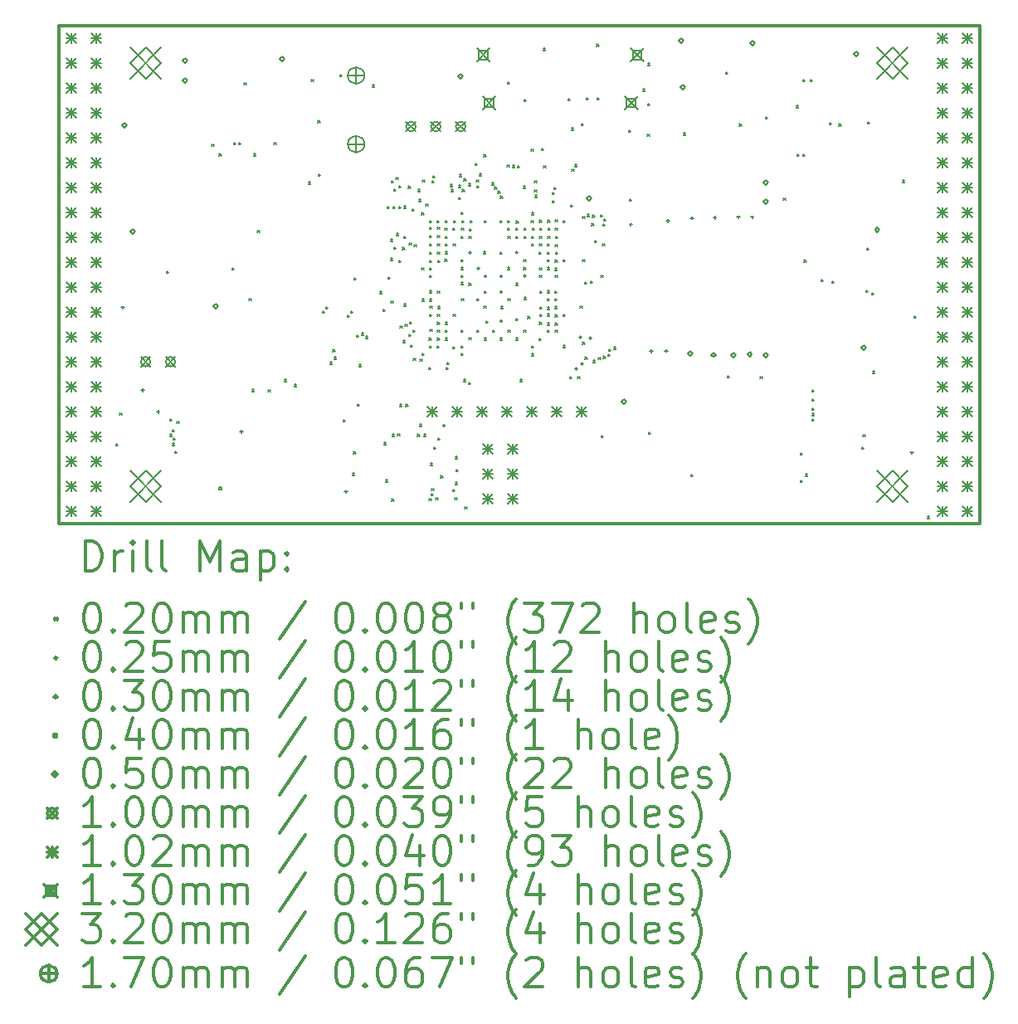
<source format=gbr>
%FSLAX45Y45*%
G04 Gerber Fmt 4.5, Leading zero omitted, Abs format (unit mm)*
G04 Created by KiCad (PCBNEW 5.0.0-rc2-dev-unknown+dfsg1+20180318-2) date Mon Jun  4 00:03:06 2018*
%MOMM*%
%LPD*%
G01*
G04 APERTURE LIST*
%ADD10C,0.300000*%
%ADD11C,0.200000*%
G04 APERTURE END LIST*
D10*
X9410000Y-6142000D02*
X9410000Y-11222000D01*
X18808000Y-6142000D02*
X9410000Y-6142000D01*
X18808000Y-11222000D02*
X18808000Y-6142000D01*
X9410000Y-11222000D02*
X18808000Y-11222000D01*
D11*
X9998000Y-10410000D02*
X10018000Y-10430000D01*
X10018000Y-10410000D02*
X9998000Y-10430000D01*
X10035000Y-10094400D02*
X10055000Y-10114400D01*
X10055000Y-10094400D02*
X10035000Y-10114400D01*
X10514501Y-8649556D02*
X10534501Y-8669556D01*
X10534501Y-8649556D02*
X10514501Y-8669556D01*
X10545314Y-10310867D02*
X10565314Y-10330867D01*
X10565314Y-10310867D02*
X10545314Y-10330867D01*
X10547276Y-10156132D02*
X10567276Y-10176132D01*
X10567276Y-10156132D02*
X10547276Y-10176132D01*
X10574100Y-10266721D02*
X10594100Y-10286721D01*
X10594100Y-10266721D02*
X10574100Y-10286721D01*
X10574777Y-10403885D02*
X10594777Y-10423885D01*
X10594777Y-10403885D02*
X10574777Y-10423885D01*
X10579048Y-10351357D02*
X10599048Y-10371357D01*
X10599048Y-10351357D02*
X10579048Y-10371357D01*
X10598875Y-10487404D02*
X10618875Y-10507404D01*
X10618875Y-10487404D02*
X10598875Y-10507404D01*
X10617613Y-10179347D02*
X10637613Y-10199347D01*
X10637613Y-10179347D02*
X10617613Y-10199347D01*
X10974000Y-7352000D02*
X10994000Y-7372000D01*
X10994000Y-7352000D02*
X10974000Y-7372000D01*
X11049908Y-7448938D02*
X11069908Y-7468938D01*
X11069908Y-7448938D02*
X11049908Y-7468938D01*
X11179522Y-8615379D02*
X11199522Y-8635379D01*
X11199522Y-8615379D02*
X11179522Y-8635379D01*
X11197485Y-7337442D02*
X11217485Y-7357442D01*
X11217485Y-7337442D02*
X11197485Y-7357442D01*
X11251427Y-7337442D02*
X11271427Y-7357442D01*
X11271427Y-7337442D02*
X11251427Y-7357442D01*
X11305725Y-6724363D02*
X11325725Y-6744363D01*
X11325725Y-6724363D02*
X11305725Y-6744363D01*
X11356061Y-8927572D02*
X11376061Y-8947572D01*
X11376061Y-8927572D02*
X11356061Y-8947572D01*
X11382700Y-9854900D02*
X11402700Y-9874900D01*
X11402700Y-9854900D02*
X11382700Y-9874900D01*
X11400408Y-7451220D02*
X11420408Y-7471220D01*
X11420408Y-7451220D02*
X11400408Y-7471220D01*
X11441393Y-8230943D02*
X11461393Y-8250943D01*
X11461393Y-8230943D02*
X11441393Y-8250943D01*
X11549396Y-9856496D02*
X11569396Y-9876496D01*
X11569396Y-9856496D02*
X11549396Y-9876496D01*
X11609800Y-7337442D02*
X11629800Y-7357442D01*
X11629800Y-7337442D02*
X11609800Y-7357442D01*
X11712900Y-9753301D02*
X11732900Y-9773301D01*
X11732900Y-9753301D02*
X11712900Y-9773301D01*
X11814500Y-9804100D02*
X11834500Y-9824100D01*
X11834500Y-9804100D02*
X11814500Y-9824100D01*
X11959215Y-7739412D02*
X11979215Y-7759412D01*
X11979215Y-7739412D02*
X11959215Y-7759412D01*
X11990800Y-6690800D02*
X12010800Y-6710800D01*
X12010800Y-6690800D02*
X11990800Y-6710800D01*
X12056498Y-7112736D02*
X12076498Y-7132736D01*
X12076498Y-7112736D02*
X12056498Y-7132736D01*
X12063993Y-7659408D02*
X12083993Y-7679408D01*
X12083993Y-7659408D02*
X12063993Y-7679408D01*
X12106600Y-9054800D02*
X12126600Y-9074800D01*
X12126600Y-9054800D02*
X12106600Y-9074800D01*
X12139415Y-9013562D02*
X12159415Y-9033562D01*
X12159415Y-9013562D02*
X12139415Y-9033562D01*
X12182800Y-9575500D02*
X12202800Y-9595500D01*
X12202800Y-9575500D02*
X12182800Y-9595500D01*
X12210364Y-9448538D02*
X12230364Y-9468538D01*
X12230364Y-9448538D02*
X12210364Y-9468538D01*
X12220900Y-9524700D02*
X12240900Y-9544700D01*
X12240900Y-9524700D02*
X12220900Y-9544700D01*
X12282618Y-6643232D02*
X12302618Y-6663232D01*
X12302618Y-6643232D02*
X12282618Y-6663232D01*
X12317388Y-10161592D02*
X12337388Y-10181592D01*
X12337388Y-10161592D02*
X12317388Y-10181592D01*
X12360966Y-9096472D02*
X12380966Y-9116472D01*
X12380966Y-9096472D02*
X12360966Y-9116472D01*
X12391502Y-9053519D02*
X12411502Y-9073519D01*
X12411502Y-9053519D02*
X12391502Y-9073519D01*
X12410242Y-10710764D02*
X12430242Y-10730764D01*
X12430242Y-10710764D02*
X12410242Y-10730764D01*
X12422216Y-10490236D02*
X12442216Y-10510236D01*
X12442216Y-10490236D02*
X12422216Y-10510236D01*
X12426118Y-8717437D02*
X12446118Y-8737437D01*
X12446118Y-8717437D02*
X12426118Y-8737437D01*
X12426118Y-8717437D02*
X12446118Y-8737437D01*
X12446118Y-8717437D02*
X12426118Y-8737437D01*
X12453269Y-9302035D02*
X12473269Y-9322035D01*
X12473269Y-9302035D02*
X12453269Y-9322035D01*
X12460744Y-10002698D02*
X12480744Y-10022698D01*
X12480744Y-10002698D02*
X12460744Y-10022698D01*
X12474902Y-9600287D02*
X12494902Y-9620287D01*
X12494902Y-9600287D02*
X12474902Y-9620287D01*
X12501033Y-9279764D02*
X12521033Y-9299764D01*
X12521033Y-9279764D02*
X12501033Y-9299764D01*
X12542510Y-9313676D02*
X12562510Y-9333676D01*
X12562510Y-9313676D02*
X12542510Y-9333676D01*
X12610450Y-6748537D02*
X12630450Y-6768537D01*
X12630450Y-6748537D02*
X12610450Y-6768537D01*
X12687018Y-8855931D02*
X12707018Y-8875931D01*
X12707018Y-8855931D02*
X12687018Y-8875931D01*
X12720111Y-9035435D02*
X12740111Y-9055435D01*
X12740111Y-9035435D02*
X12720111Y-9055435D01*
X12731909Y-10397773D02*
X12751909Y-10417773D01*
X12751909Y-10397773D02*
X12731909Y-10417773D01*
X12748660Y-10777504D02*
X12768660Y-10797504D01*
X12768660Y-10777504D02*
X12748660Y-10797504D01*
X12764988Y-7989114D02*
X12784988Y-8009114D01*
X12784988Y-7989114D02*
X12764988Y-8009114D01*
X12771035Y-8708207D02*
X12791035Y-8728207D01*
X12791035Y-8708207D02*
X12771035Y-8728207D01*
X12796207Y-8322888D02*
X12816207Y-8342888D01*
X12816207Y-8322888D02*
X12796207Y-8342888D01*
X12799179Y-8517702D02*
X12819179Y-8537702D01*
X12819179Y-8517702D02*
X12799179Y-8537702D01*
X12803679Y-8951152D02*
X12823679Y-8971152D01*
X12823679Y-8951152D02*
X12803679Y-8971152D01*
X12805201Y-7723267D02*
X12825201Y-7743267D01*
X12825201Y-7723267D02*
X12805201Y-7743267D01*
X12811634Y-10971333D02*
X12831634Y-10991333D01*
X12831634Y-10971333D02*
X12811634Y-10991333D01*
X12814780Y-10310898D02*
X12834780Y-10330898D01*
X12834780Y-10310898D02*
X12814780Y-10330898D01*
X12822879Y-7985310D02*
X12842879Y-8005310D01*
X12842879Y-7985310D02*
X12822879Y-8005310D01*
X12834680Y-7807951D02*
X12854680Y-7827951D01*
X12854680Y-7807951D02*
X12834680Y-7827951D01*
X12835268Y-8401687D02*
X12855268Y-8421687D01*
X12855268Y-8401687D02*
X12835268Y-8421687D01*
X12854493Y-7691566D02*
X12874493Y-7711566D01*
X12874493Y-7691566D02*
X12854493Y-7711566D01*
X12859178Y-8263722D02*
X12879178Y-8283722D01*
X12879178Y-8263722D02*
X12859178Y-8283722D01*
X12870682Y-10308590D02*
X12890682Y-10328590D01*
X12890682Y-10308590D02*
X12870682Y-10328590D01*
X12880857Y-7988548D02*
X12900857Y-8008548D01*
X12900857Y-7988548D02*
X12880857Y-8008548D01*
X12881301Y-8540585D02*
X12901301Y-8560585D01*
X12901301Y-8540585D02*
X12881301Y-8560585D01*
X12886175Y-7777882D02*
X12906175Y-7797882D01*
X12906175Y-7777882D02*
X12886175Y-7797882D01*
X12890520Y-10007480D02*
X12910520Y-10027480D01*
X12910520Y-10007480D02*
X12890520Y-10027480D01*
X12895573Y-9206272D02*
X12915573Y-9226272D01*
X12915573Y-9206272D02*
X12895573Y-9226272D01*
X12920256Y-8405350D02*
X12940256Y-8425350D01*
X12940256Y-8405350D02*
X12920256Y-8425350D01*
X12926203Y-9354578D02*
X12946203Y-9374578D01*
X12946203Y-9354578D02*
X12926203Y-9374578D01*
X12933760Y-7984679D02*
X12953760Y-8004679D01*
X12953760Y-7984679D02*
X12933760Y-8004679D01*
X12934924Y-8983794D02*
X12954924Y-9003794D01*
X12954924Y-8983794D02*
X12934924Y-9003794D01*
X12935809Y-8290406D02*
X12955809Y-8310406D01*
X12955809Y-8290406D02*
X12935809Y-8310406D01*
X12946857Y-9190566D02*
X12966857Y-9210566D01*
X12966857Y-9190566D02*
X12946857Y-9210566D01*
X12956000Y-10005500D02*
X12976000Y-10025500D01*
X12976000Y-10005500D02*
X12956000Y-10025500D01*
X12982095Y-7781082D02*
X13002095Y-7801082D01*
X13002095Y-7781082D02*
X12982095Y-7801082D01*
X12987271Y-9293510D02*
X13007271Y-9313510D01*
X13007271Y-9293510D02*
X12987271Y-9313510D01*
X12989202Y-8359151D02*
X13009202Y-8379151D01*
X13009202Y-8359151D02*
X12989202Y-8379151D01*
X12991955Y-9163298D02*
X13011955Y-9183298D01*
X13011955Y-9163298D02*
X12991955Y-9183298D01*
X13002337Y-9402267D02*
X13022337Y-9422267D01*
X13022337Y-9402267D02*
X13002337Y-9422267D01*
X13017215Y-8013821D02*
X13037215Y-8033821D01*
X13037215Y-8013821D02*
X13017215Y-8033821D01*
X13028454Y-9248473D02*
X13048454Y-9268473D01*
X13048454Y-9248473D02*
X13028454Y-9268473D01*
X13032200Y-9535600D02*
X13052200Y-9555600D01*
X13052200Y-9535600D02*
X13032200Y-9555600D01*
X13038793Y-8376986D02*
X13058793Y-8396986D01*
X13058793Y-8376986D02*
X13038793Y-8396986D01*
X13073948Y-10310899D02*
X13093948Y-10330899D01*
X13093948Y-10310899D02*
X13073948Y-10330899D01*
X13077859Y-7815329D02*
X13097859Y-7835329D01*
X13097859Y-7815329D02*
X13077859Y-7835329D01*
X13085264Y-7914901D02*
X13105264Y-7934901D01*
X13105264Y-7914901D02*
X13085264Y-7934901D01*
X13093907Y-10208700D02*
X13113907Y-10228700D01*
X13113907Y-10208700D02*
X13093907Y-10228700D01*
X13098471Y-9546418D02*
X13118471Y-9566418D01*
X13118471Y-9546418D02*
X13098471Y-9566418D01*
X13116430Y-8612711D02*
X13136430Y-8632711D01*
X13136430Y-8612711D02*
X13116430Y-8632711D01*
X13116518Y-8052178D02*
X13136518Y-8072178D01*
X13136518Y-8052178D02*
X13116518Y-8072178D01*
X13117950Y-8930733D02*
X13137950Y-8950733D01*
X13137950Y-8930733D02*
X13117950Y-8950733D01*
X13121616Y-9485914D02*
X13141616Y-9505914D01*
X13141616Y-9485914D02*
X13121616Y-9505914D01*
X13125345Y-7716470D02*
X13145345Y-7736470D01*
X13145345Y-7716470D02*
X13125345Y-7736470D01*
X13135385Y-10310829D02*
X13155385Y-10330829D01*
X13155385Y-10310829D02*
X13135385Y-10330829D01*
X13157757Y-7959799D02*
X13177757Y-7979799D01*
X13177757Y-7959799D02*
X13157757Y-7979799D01*
X13188633Y-9630479D02*
X13208633Y-9650479D01*
X13208633Y-9630479D02*
X13188633Y-9650479D01*
X13192441Y-10966678D02*
X13212441Y-10986678D01*
X13212441Y-10966678D02*
X13192441Y-10986678D01*
X13193199Y-9330000D02*
X13213199Y-9350000D01*
X13213199Y-9330000D02*
X13193199Y-9350000D01*
X13197562Y-8931064D02*
X13217562Y-8951064D01*
X13217562Y-8931064D02*
X13197562Y-8951064D01*
X13197734Y-9090201D02*
X13217734Y-9110201D01*
X13217734Y-9090201D02*
X13197734Y-9110201D01*
X13197902Y-8284734D02*
X13217902Y-8304734D01*
X13217902Y-8284734D02*
X13197902Y-8304734D01*
X13197999Y-8200333D02*
X13217999Y-8220333D01*
X13217999Y-8200333D02*
X13197999Y-8220333D01*
X13198000Y-8690000D02*
X13218000Y-8710000D01*
X13218000Y-8690000D02*
X13198000Y-8710000D01*
X13198000Y-9410000D02*
X13218000Y-9430000D01*
X13218000Y-9410000D02*
X13198000Y-9430000D01*
X13198303Y-8616041D02*
X13218303Y-8636041D01*
X13218303Y-8616041D02*
X13198303Y-8636041D01*
X13198368Y-8369136D02*
X13218368Y-8389136D01*
X13218368Y-8369136D02*
X13198368Y-8389136D01*
X13198405Y-8845827D02*
X13218405Y-8865827D01*
X13218405Y-8845827D02*
X13198405Y-8865827D01*
X13198801Y-8130801D02*
X13218801Y-8150801D01*
X13218801Y-8130801D02*
X13198801Y-8150801D01*
X13198979Y-8537938D02*
X13218979Y-8557938D01*
X13218979Y-8537938D02*
X13198979Y-8557938D01*
X13199289Y-8453537D02*
X13219289Y-8473537D01*
X13219289Y-8453537D02*
X13199289Y-8473537D01*
X13200000Y-9005799D02*
X13220000Y-9025799D01*
X13220000Y-9005799D02*
X13200000Y-9025799D01*
X13201075Y-9242748D02*
X13221075Y-9262748D01*
X13221075Y-9242748D02*
X13201075Y-9262748D01*
X13206286Y-10608587D02*
X13226286Y-10628587D01*
X13226286Y-10608587D02*
X13206286Y-10628587D01*
X13211973Y-10917729D02*
X13231973Y-10937729D01*
X13231973Y-10917729D02*
X13211973Y-10937729D01*
X13218587Y-10865445D02*
X13238587Y-10885445D01*
X13238587Y-10865445D02*
X13218587Y-10885445D01*
X13220903Y-7724256D02*
X13240903Y-7744256D01*
X13240903Y-7724256D02*
X13220903Y-7744256D01*
X13232873Y-7672932D02*
X13252873Y-7692932D01*
X13252873Y-7672932D02*
X13232873Y-7692932D01*
X13236800Y-10440341D02*
X13256800Y-10460341D01*
X13256800Y-10440341D02*
X13236800Y-10460341D01*
X13260800Y-10958000D02*
X13280800Y-10978000D01*
X13280800Y-10958000D02*
X13260800Y-10978000D01*
X13272048Y-8130098D02*
X13292048Y-8150098D01*
X13292048Y-8130098D02*
X13272048Y-8150098D01*
X13274623Y-9409707D02*
X13294623Y-9429707D01*
X13294623Y-9409707D02*
X13274623Y-9429707D01*
X13277261Y-8284735D02*
X13297261Y-8304735D01*
X13297261Y-8284735D02*
X13277261Y-8304735D01*
X13278000Y-8200334D02*
X13298000Y-8220334D01*
X13298000Y-8200334D02*
X13278000Y-8220334D01*
X13278000Y-8850000D02*
X13298000Y-8870000D01*
X13298000Y-8850000D02*
X13278000Y-8870000D01*
X13278000Y-9090000D02*
X13298000Y-9110000D01*
X13298000Y-9090000D02*
X13278000Y-9110000D01*
X13278000Y-9170000D02*
X13298000Y-9190000D01*
X13298000Y-9170000D02*
X13278000Y-9190000D01*
X13278000Y-9250000D02*
X13298000Y-9270000D01*
X13298000Y-9250000D02*
X13278000Y-9270000D01*
X13278000Y-9330000D02*
X13298000Y-9350000D01*
X13298000Y-9330000D02*
X13278000Y-9350000D01*
X13278175Y-8369136D02*
X13298175Y-8389136D01*
X13298175Y-8369136D02*
X13278175Y-8389136D01*
X13278218Y-8453537D02*
X13298218Y-8473537D01*
X13298218Y-8453537D02*
X13278218Y-8473537D01*
X13279688Y-8536938D02*
X13299688Y-8556938D01*
X13299688Y-8536938D02*
X13279688Y-8556938D01*
X13280000Y-9008000D02*
X13300000Y-9028000D01*
X13300000Y-9008000D02*
X13280000Y-9028000D01*
X13282849Y-10350134D02*
X13302849Y-10370134D01*
X13302849Y-10350134D02*
X13282849Y-10370134D01*
X13311600Y-10736500D02*
X13331600Y-10756500D01*
X13331600Y-10736500D02*
X13311600Y-10756500D01*
X13352314Y-8526642D02*
X13372314Y-8546642D01*
X13372314Y-8526642D02*
X13352314Y-8546642D01*
X13354839Y-8209060D02*
X13374839Y-8229060D01*
X13374839Y-8209060D02*
X13354839Y-8229060D01*
X13356449Y-8131468D02*
X13376449Y-8151468D01*
X13376449Y-8131468D02*
X13356449Y-8151468D01*
X13357194Y-8449520D02*
X13377194Y-8469520D01*
X13377194Y-8449520D02*
X13357194Y-8469520D01*
X13358000Y-8290000D02*
X13378000Y-8310000D01*
X13378000Y-8290000D02*
X13358000Y-8310000D01*
X13358000Y-8370000D02*
X13378000Y-8390000D01*
X13378000Y-8370000D02*
X13358000Y-8390000D01*
X13358000Y-9170000D02*
X13378000Y-9190000D01*
X13378000Y-9170000D02*
X13358000Y-9190000D01*
X13358000Y-9250000D02*
X13378000Y-9270000D01*
X13378000Y-9250000D02*
X13358000Y-9270000D01*
X13358548Y-9330230D02*
X13378548Y-9350230D01*
X13378548Y-9330230D02*
X13358548Y-9350230D01*
X13366285Y-9629515D02*
X13386285Y-9649515D01*
X13386285Y-9629515D02*
X13366285Y-9649515D01*
X13375239Y-9577580D02*
X13395239Y-9597580D01*
X13395239Y-9577580D02*
X13375239Y-9597580D01*
X13407730Y-7762109D02*
X13427730Y-7782109D01*
X13427730Y-7762109D02*
X13407730Y-7782109D01*
X13415018Y-7815381D02*
X13435018Y-7835381D01*
X13435018Y-7815381D02*
X13415018Y-7835381D01*
X13433398Y-8208015D02*
X13453398Y-8228015D01*
X13453398Y-8208015D02*
X13433398Y-8228015D01*
X13435582Y-9416717D02*
X13455582Y-9436717D01*
X13455582Y-9416717D02*
X13435582Y-9436717D01*
X13436400Y-10874197D02*
X13456400Y-10894197D01*
X13456400Y-10874197D02*
X13436400Y-10894197D01*
X13438000Y-8370000D02*
X13458000Y-8390000D01*
X13458000Y-8370000D02*
X13438000Y-8390000D01*
X13438000Y-9090000D02*
X13458000Y-9110000D01*
X13458000Y-9090000D02*
X13438000Y-9110000D01*
X13440850Y-8130675D02*
X13460850Y-8150675D01*
X13460850Y-8130675D02*
X13440850Y-8150675D01*
X13453687Y-10961995D02*
X13473687Y-10981995D01*
X13473687Y-10961995D02*
X13453687Y-10981995D01*
X13457587Y-10803159D02*
X13477587Y-10823159D01*
X13477587Y-10803159D02*
X13457587Y-10823159D01*
X13460735Y-10540845D02*
X13480735Y-10560845D01*
X13480735Y-10540845D02*
X13460735Y-10560845D01*
X13465065Y-10671051D02*
X13485065Y-10691051D01*
X13485065Y-10671051D02*
X13465065Y-10691051D01*
X13492132Y-7892495D02*
X13512132Y-7912495D01*
X13512132Y-7892495D02*
X13492132Y-7912495D01*
X13493478Y-7773120D02*
X13513478Y-7793120D01*
X13513478Y-7773120D02*
X13493478Y-7793120D01*
X13502968Y-7663013D02*
X13522968Y-7683013D01*
X13522968Y-7663013D02*
X13502968Y-7683013D01*
X13516300Y-8762700D02*
X13536300Y-8782700D01*
X13536300Y-8762700D02*
X13516300Y-8782700D01*
X13518000Y-8292201D02*
X13538000Y-8312201D01*
X13538000Y-8292201D02*
X13518000Y-8312201D01*
X13518000Y-8530000D02*
X13538000Y-8550000D01*
X13538000Y-8530000D02*
X13518000Y-8550000D01*
X13518000Y-8610000D02*
X13538000Y-8630000D01*
X13538000Y-8610000D02*
X13518000Y-8630000D01*
X13518000Y-8690000D02*
X13538000Y-8710000D01*
X13538000Y-8690000D02*
X13518000Y-8710000D01*
X13518000Y-9250000D02*
X13538000Y-9270000D01*
X13538000Y-9250000D02*
X13518000Y-9270000D01*
X13518128Y-8048312D02*
X13538128Y-8068312D01*
X13538128Y-8048312D02*
X13518128Y-8068312D01*
X13518463Y-9488530D02*
X13538463Y-9508530D01*
X13538463Y-9488530D02*
X13518463Y-9508530D01*
X13518862Y-9412562D02*
X13538862Y-9432562D01*
X13538862Y-9412562D02*
X13518862Y-9432562D01*
X13521538Y-8209385D02*
X13541538Y-8229385D01*
X13541538Y-8209385D02*
X13521538Y-8229385D01*
X13524276Y-8928163D02*
X13544276Y-8948163D01*
X13544276Y-8928163D02*
X13524276Y-8948163D01*
X13525957Y-8129544D02*
X13545957Y-8149544D01*
X13545957Y-8129544D02*
X13525957Y-8149544D01*
X13531439Y-7812965D02*
X13551439Y-7832965D01*
X13551439Y-7812965D02*
X13531439Y-7832965D01*
X13541700Y-9753300D02*
X13561700Y-9773300D01*
X13561700Y-9753300D02*
X13541700Y-9773300D01*
X13548770Y-7704070D02*
X13568770Y-7724070D01*
X13568770Y-7704070D02*
X13548770Y-7724070D01*
X13555656Y-11051071D02*
X13575656Y-11071071D01*
X13575656Y-11051071D02*
X13555656Y-11071071D01*
X13594882Y-7754550D02*
X13614882Y-7774550D01*
X13614882Y-7754550D02*
X13594882Y-7774550D01*
X13595027Y-9781423D02*
X13615027Y-9801423D01*
X13615027Y-9781423D02*
X13595027Y-9801423D01*
X13598000Y-8290000D02*
X13618000Y-8310000D01*
X13618000Y-8290000D02*
X13598000Y-8310000D01*
X13598000Y-8770000D02*
X13618000Y-8790000D01*
X13618000Y-8770000D02*
X13598000Y-8790000D01*
X13599596Y-9326965D02*
X13619596Y-9346965D01*
X13619596Y-9326965D02*
X13599596Y-9346965D01*
X13602455Y-8216004D02*
X13622455Y-8236004D01*
X13622455Y-8216004D02*
X13602455Y-8236004D01*
X13613334Y-8133723D02*
X13633334Y-8153723D01*
X13633334Y-8133723D02*
X13613334Y-8153723D01*
X13664259Y-7547941D02*
X13684259Y-7567941D01*
X13684259Y-7547941D02*
X13664259Y-7567941D01*
X13676320Y-7718760D02*
X13696320Y-7738760D01*
X13696320Y-7718760D02*
X13676320Y-7738760D01*
X13678000Y-8930000D02*
X13698000Y-8950000D01*
X13698000Y-8930000D02*
X13678000Y-8950000D01*
X13678000Y-9250000D02*
X13698000Y-9270000D01*
X13698000Y-9250000D02*
X13678000Y-9270000D01*
X13679461Y-7776107D02*
X13699461Y-7796107D01*
X13699461Y-7776107D02*
X13679461Y-7796107D01*
X13707437Y-7652487D02*
X13727437Y-7672487D01*
X13727437Y-7652487D02*
X13707437Y-7672487D01*
X13745078Y-8447729D02*
X13765078Y-8467729D01*
X13765078Y-8447729D02*
X13745078Y-8467729D01*
X13752489Y-9002290D02*
X13772489Y-9022290D01*
X13772489Y-9002290D02*
X13752489Y-9022290D01*
X13752520Y-7459680D02*
X13772520Y-7479680D01*
X13772520Y-7459680D02*
X13752520Y-7479680D01*
X13758000Y-8130000D02*
X13778000Y-8150000D01*
X13778000Y-8130000D02*
X13758000Y-8150000D01*
X13758000Y-8850000D02*
X13778000Y-8870000D01*
X13778000Y-8850000D02*
X13758000Y-8870000D01*
X13758000Y-9330000D02*
X13778000Y-9350000D01*
X13778000Y-9330000D02*
X13758000Y-9350000D01*
X13770300Y-9156400D02*
X13790300Y-9176400D01*
X13790300Y-9156400D02*
X13770300Y-9176400D01*
X13830592Y-7745154D02*
X13850592Y-7765154D01*
X13850592Y-7745154D02*
X13830592Y-7765154D01*
X13838000Y-9250000D02*
X13858000Y-9270000D01*
X13858000Y-9250000D02*
X13838000Y-9270000D01*
X13862293Y-7788159D02*
X13882293Y-7808159D01*
X13882293Y-7788159D02*
X13862293Y-7808159D01*
X13893994Y-7831909D02*
X13913994Y-7851909D01*
X13913994Y-7831909D02*
X13893994Y-7851909D01*
X13917252Y-8451135D02*
X13937252Y-8471135D01*
X13937252Y-8451135D02*
X13917252Y-8471135D01*
X13918000Y-8130000D02*
X13938000Y-8150000D01*
X13938000Y-8130000D02*
X13918000Y-8150000D01*
X13918000Y-9330000D02*
X13938000Y-9350000D01*
X13938000Y-9330000D02*
X13918000Y-9350000D01*
X13921466Y-7881869D02*
X13941466Y-7901869D01*
X13941466Y-7881869D02*
X13921466Y-7901869D01*
X13922232Y-9006404D02*
X13942232Y-9026404D01*
X13942232Y-9006404D02*
X13922232Y-9026404D01*
X13989274Y-7564800D02*
X14009274Y-7584800D01*
X14009274Y-7564800D02*
X13989274Y-7584800D01*
X13991460Y-8609297D02*
X14011460Y-8629297D01*
X14011460Y-8609297D02*
X13991460Y-8629297D01*
X13992898Y-8130000D02*
X14012898Y-8150000D01*
X14012898Y-8130000D02*
X13992898Y-8150000D01*
X13992898Y-8210000D02*
X14012898Y-8230000D01*
X14012898Y-8210000D02*
X13992898Y-8230000D01*
X13993243Y-6718693D02*
X14013243Y-6738693D01*
X14013243Y-6718693D02*
X13993243Y-6738693D01*
X13996000Y-8292000D02*
X14016000Y-8312000D01*
X14016000Y-8292000D02*
X13996000Y-8312000D01*
X13998000Y-8930000D02*
X14018000Y-8950000D01*
X14018000Y-8930000D02*
X13998000Y-8950000D01*
X13998000Y-9250000D02*
X14018000Y-9270000D01*
X14018000Y-9250000D02*
X13998000Y-9270000D01*
X14041773Y-7569399D02*
X14061773Y-7589399D01*
X14061773Y-7569399D02*
X14041773Y-7589399D01*
X14076133Y-8294127D02*
X14096133Y-8314127D01*
X14096133Y-8294127D02*
X14076133Y-8314127D01*
X14077299Y-8207716D02*
X14097299Y-8227716D01*
X14097299Y-8207716D02*
X14077299Y-8227716D01*
X14077419Y-9133335D02*
X14097419Y-9153335D01*
X14097419Y-9133335D02*
X14077419Y-9153335D01*
X14077693Y-8445254D02*
X14097693Y-8465254D01*
X14097693Y-8445254D02*
X14077693Y-8465254D01*
X14078000Y-9330000D02*
X14098000Y-9350000D01*
X14098000Y-9330000D02*
X14078000Y-9350000D01*
X14079623Y-8771623D02*
X14099623Y-8791623D01*
X14099623Y-8771623D02*
X14079623Y-8791623D01*
X14082264Y-8134744D02*
X14102264Y-8154744D01*
X14102264Y-8134744D02*
X14082264Y-8154744D01*
X14094211Y-7574661D02*
X14114211Y-7594661D01*
X14114211Y-7574661D02*
X14094211Y-7594661D01*
X14118066Y-9754201D02*
X14138066Y-9774201D01*
X14138066Y-9754201D02*
X14118066Y-9774201D01*
X14152481Y-7781450D02*
X14172481Y-7801450D01*
X14172481Y-7781450D02*
X14152481Y-7801450D01*
X14158000Y-8530000D02*
X14178000Y-8550000D01*
X14178000Y-8530000D02*
X14158000Y-8550000D01*
X14158000Y-8610000D02*
X14178000Y-8630000D01*
X14178000Y-8610000D02*
X14158000Y-8630000D01*
X14158000Y-9250000D02*
X14178000Y-9270000D01*
X14178000Y-9250000D02*
X14158000Y-9270000D01*
X14162701Y-8209494D02*
X14182701Y-8229494D01*
X14182701Y-8209494D02*
X14162701Y-8229494D01*
X14162701Y-8289887D02*
X14182701Y-8309887D01*
X14182701Y-8289887D02*
X14162701Y-8309887D01*
X14164000Y-8915099D02*
X14184000Y-8935099D01*
X14184000Y-8915099D02*
X14164000Y-8935099D01*
X14164285Y-6893836D02*
X14184285Y-6913836D01*
X14184285Y-6893836D02*
X14164285Y-6913836D01*
X14200722Y-9110102D02*
X14220722Y-9130102D01*
X14220722Y-9110102D02*
X14200722Y-9130102D01*
X14233699Y-7403800D02*
X14253699Y-7423800D01*
X14253699Y-7403800D02*
X14233699Y-7423800D01*
X14235032Y-8132000D02*
X14255032Y-8152000D01*
X14255032Y-8132000D02*
X14235032Y-8152000D01*
X14236000Y-8052000D02*
X14256000Y-8072000D01*
X14256000Y-8052000D02*
X14236000Y-8072000D01*
X14236000Y-8292000D02*
X14256000Y-8312000D01*
X14256000Y-8292000D02*
X14236000Y-8312000D01*
X14238000Y-8370000D02*
X14258000Y-8390000D01*
X14258000Y-8370000D02*
X14238000Y-8390000D01*
X14238000Y-9410000D02*
X14258000Y-9430000D01*
X14258000Y-9410000D02*
X14238000Y-9430000D01*
X14238000Y-9490000D02*
X14258000Y-9510000D01*
X14258000Y-9490000D02*
X14238000Y-9510000D01*
X14247102Y-8210435D02*
X14267102Y-8230435D01*
X14267102Y-8210435D02*
X14247102Y-8230435D01*
X14268441Y-7818307D02*
X14288441Y-7838307D01*
X14288441Y-7818307D02*
X14268441Y-7838307D01*
X14268583Y-7724192D02*
X14288583Y-7744192D01*
X14288583Y-7724192D02*
X14268583Y-7744192D01*
X14271130Y-7874603D02*
X14291130Y-7894603D01*
X14291130Y-7874603D02*
X14271130Y-7894603D01*
X14316000Y-8452000D02*
X14336000Y-8472000D01*
X14336000Y-8452000D02*
X14316000Y-8472000D01*
X14316969Y-9331491D02*
X14336969Y-9351491D01*
X14336969Y-9331491D02*
X14316969Y-9351491D01*
X14318000Y-8370000D02*
X14338000Y-8390000D01*
X14338000Y-8370000D02*
X14318000Y-8390000D01*
X14318000Y-8690000D02*
X14338000Y-8710000D01*
X14338000Y-8690000D02*
X14318000Y-8710000D01*
X14318000Y-9170000D02*
X14338000Y-9190000D01*
X14338000Y-9170000D02*
X14318000Y-9190000D01*
X14318740Y-8294201D02*
X14338740Y-8314201D01*
X14338740Y-8294201D02*
X14318740Y-8314201D01*
X14319433Y-8127729D02*
X14339433Y-8147729D01*
X14339433Y-8127729D02*
X14319433Y-8147729D01*
X14320000Y-8612000D02*
X14340000Y-8632000D01*
X14340000Y-8612000D02*
X14320000Y-8632000D01*
X14322201Y-8849503D02*
X14342201Y-8869503D01*
X14342201Y-8849503D02*
X14322201Y-8869503D01*
X14322201Y-9010195D02*
X14342201Y-9030195D01*
X14342201Y-9010195D02*
X14322201Y-9030195D01*
X14322201Y-9090066D02*
X14342201Y-9110066D01*
X14342201Y-9090066D02*
X14322201Y-9110066D01*
X14323265Y-8209799D02*
X14343265Y-8229799D01*
X14343265Y-8209799D02*
X14323265Y-8229799D01*
X14341800Y-7397450D02*
X14361800Y-7417450D01*
X14361800Y-7397450D02*
X14341800Y-7417450D01*
X14355067Y-6376252D02*
X14375067Y-6396252D01*
X14375067Y-6376252D02*
X14355067Y-6396252D01*
X14360888Y-7571730D02*
X14380888Y-7591730D01*
X14380888Y-7571730D02*
X14360888Y-7591730D01*
X14396483Y-9177765D02*
X14416483Y-9197765D01*
X14416483Y-9177765D02*
X14396483Y-9197765D01*
X14397624Y-8929530D02*
X14417624Y-8949530D01*
X14417624Y-8929530D02*
X14397624Y-8949530D01*
X14397701Y-9016697D02*
X14417701Y-9036697D01*
X14417701Y-9016697D02*
X14397701Y-9036697D01*
X14398000Y-8610000D02*
X14418000Y-8630000D01*
X14418000Y-8610000D02*
X14398000Y-8630000D01*
X14398000Y-9085650D02*
X14418000Y-9105650D01*
X14418000Y-9085650D02*
X14398000Y-9105650D01*
X14398283Y-8848451D02*
X14418283Y-8868451D01*
X14418283Y-8848451D02*
X14398283Y-8868451D01*
X14400201Y-8529722D02*
X14420201Y-8549722D01*
X14420201Y-8529722D02*
X14400201Y-8549722D01*
X14400319Y-8367799D02*
X14420319Y-8387799D01*
X14420319Y-8367799D02*
X14400319Y-8387799D01*
X14400350Y-8456040D02*
X14420350Y-8476040D01*
X14420350Y-8456040D02*
X14400350Y-8476040D01*
X14401325Y-9248876D02*
X14421325Y-9268876D01*
X14421325Y-9248876D02*
X14401325Y-9268876D01*
X14403141Y-8290000D02*
X14423141Y-8310000D01*
X14423141Y-8290000D02*
X14403141Y-8310000D01*
X14403835Y-8128377D02*
X14423835Y-8148377D01*
X14423835Y-8128377D02*
X14403835Y-8148377D01*
X14407666Y-8210000D02*
X14427666Y-8230000D01*
X14427666Y-8210000D02*
X14407666Y-8230000D01*
X14450634Y-7841735D02*
X14470634Y-7861735D01*
X14470634Y-7841735D02*
X14450634Y-7861735D01*
X14450634Y-7926136D02*
X14470634Y-7946136D01*
X14470634Y-7926136D02*
X14450634Y-7946136D01*
X14469153Y-7792394D02*
X14489153Y-7812394D01*
X14489153Y-7792394D02*
X14469153Y-7812394D01*
X14475676Y-8924990D02*
X14495676Y-8944990D01*
X14495676Y-8924990D02*
X14475676Y-8944990D01*
X14476724Y-9009392D02*
X14496724Y-9029392D01*
X14496724Y-9009392D02*
X14476724Y-9029392D01*
X14477515Y-8619275D02*
X14497515Y-8639275D01*
X14497515Y-8619275D02*
X14477515Y-8639275D01*
X14477765Y-8852201D02*
X14497765Y-8872201D01*
X14497765Y-8852201D02*
X14477765Y-8872201D01*
X14478235Y-9247799D02*
X14498235Y-9267799D01*
X14498235Y-9247799D02*
X14478235Y-9267799D01*
X14478778Y-8123192D02*
X14498778Y-8143192D01*
X14498778Y-8123192D02*
X14478778Y-8143192D01*
X14478812Y-8207593D02*
X14498812Y-8227593D01*
X14498812Y-8207593D02*
X14478812Y-8227593D01*
X14478935Y-8534874D02*
X14498935Y-8554874D01*
X14498935Y-8534874D02*
X14478935Y-8554874D01*
X14479160Y-9178194D02*
X14499160Y-9198194D01*
X14499160Y-9178194D02*
X14479160Y-9198194D01*
X14479432Y-8687756D02*
X14499432Y-8707756D01*
X14499432Y-8687756D02*
X14479432Y-8707756D01*
X14479670Y-8376395D02*
X14499670Y-8396395D01*
X14499670Y-8376395D02*
X14479670Y-8396395D01*
X14480294Y-9093793D02*
X14500294Y-9113793D01*
X14500294Y-9093793D02*
X14480294Y-9113793D01*
X14481241Y-8455796D02*
X14501241Y-8475796D01*
X14501241Y-8455796D02*
X14481241Y-8475796D01*
X14481689Y-8291994D02*
X14501689Y-8311994D01*
X14501689Y-8291994D02*
X14481689Y-8311994D01*
X14557281Y-8529606D02*
X14577281Y-8549606D01*
X14577281Y-8529606D02*
X14557281Y-8549606D01*
X14558000Y-8130512D02*
X14578000Y-8150512D01*
X14578000Y-8130512D02*
X14558000Y-8150512D01*
X14558739Y-9089665D02*
X14578739Y-9109665D01*
X14578739Y-9089665D02*
X14558739Y-9109665D01*
X14559124Y-9406675D02*
X14579124Y-9426675D01*
X14579124Y-9406675D02*
X14559124Y-9426675D01*
X14613342Y-6884608D02*
X14633342Y-6904608D01*
X14633342Y-6884608D02*
X14613342Y-6904608D01*
X14629479Y-9723392D02*
X14649479Y-9743392D01*
X14649479Y-9723392D02*
X14629479Y-9743392D01*
X14638141Y-7971938D02*
X14658141Y-7991938D01*
X14658141Y-7971938D02*
X14638141Y-7991938D01*
X14646600Y-7187900D02*
X14666600Y-7207900D01*
X14666600Y-7187900D02*
X14646600Y-7207900D01*
X14648744Y-7607406D02*
X14668744Y-7627406D01*
X14668744Y-7607406D02*
X14648744Y-7627406D01*
X14680980Y-7560789D02*
X14700980Y-7580789D01*
X14700980Y-7560789D02*
X14680980Y-7580789D01*
X14707598Y-9723392D02*
X14727598Y-9743392D01*
X14727598Y-9723392D02*
X14707598Y-9743392D01*
X14733095Y-9001248D02*
X14753095Y-9021248D01*
X14753095Y-9001248D02*
X14733095Y-9021248D01*
X14748200Y-7143450D02*
X14768200Y-7163450D01*
X14768200Y-7143450D02*
X14748200Y-7163450D01*
X14758739Y-8527409D02*
X14778739Y-8547409D01*
X14778739Y-8527409D02*
X14758739Y-8547409D01*
X14758831Y-8088311D02*
X14778831Y-8108311D01*
X14778831Y-8088311D02*
X14758831Y-8108311D01*
X14760000Y-9372000D02*
X14780000Y-9392000D01*
X14780000Y-9372000D02*
X14760000Y-9392000D01*
X14781079Y-8758342D02*
X14801079Y-8778342D01*
X14801079Y-8758342D02*
X14781079Y-8778342D01*
X14782886Y-9523902D02*
X14802886Y-9543902D01*
X14802886Y-9523902D02*
X14782886Y-9543902D01*
X14799000Y-6876750D02*
X14819000Y-6896750D01*
X14819000Y-6876750D02*
X14799000Y-6896750D01*
X14807525Y-8068155D02*
X14827525Y-8088155D01*
X14827525Y-8068155D02*
X14807525Y-8088155D01*
X14838354Y-8752346D02*
X14858354Y-8772346D01*
X14858354Y-8752346D02*
X14838354Y-8772346D01*
X14851066Y-8160586D02*
X14871066Y-8180586D01*
X14871066Y-8160586D02*
X14851066Y-8180586D01*
X14859611Y-8076185D02*
X14879611Y-8096185D01*
X14879611Y-8076185D02*
X14859611Y-8096185D01*
X14864798Y-9556963D02*
X14884798Y-9576963D01*
X14884798Y-9556963D02*
X14864798Y-9576963D01*
X14882151Y-8334201D02*
X14902151Y-8354201D01*
X14902151Y-8334201D02*
X14882151Y-8354201D01*
X14903412Y-6332405D02*
X14923412Y-6352405D01*
X14923412Y-6332405D02*
X14903412Y-6352405D01*
X14906950Y-6876750D02*
X14926950Y-6896750D01*
X14926950Y-6876750D02*
X14906950Y-6896750D01*
X14918439Y-9527799D02*
X14938439Y-9547799D01*
X14938439Y-9527799D02*
X14918439Y-9547799D01*
X14942722Y-8073801D02*
X14962722Y-8093801D01*
X14962722Y-8073801D02*
X14942722Y-8093801D01*
X14945314Y-8688944D02*
X14965314Y-8708944D01*
X14965314Y-8688944D02*
X14945314Y-8708944D01*
X14947728Y-10322085D02*
X14967728Y-10342085D01*
X14967728Y-10322085D02*
X14947728Y-10342085D01*
X14963249Y-8370769D02*
X14983249Y-8390769D01*
X14983249Y-8370769D02*
X14963249Y-8390769D01*
X14968729Y-8167499D02*
X14988729Y-8187499D01*
X14988729Y-8167499D02*
X14968729Y-8187499D01*
X14969589Y-9515108D02*
X14989589Y-9535108D01*
X14989589Y-9515108D02*
X14969589Y-9535108D01*
X14975319Y-8115211D02*
X14995319Y-8135211D01*
X14995319Y-8115211D02*
X14975319Y-8135211D01*
X15017890Y-9494025D02*
X15037890Y-9514025D01*
X15037890Y-9494025D02*
X15017890Y-9514025D01*
X15024597Y-9441753D02*
X15044597Y-9461753D01*
X15044597Y-9441753D02*
X15024597Y-9461753D01*
X15078921Y-9423257D02*
X15098921Y-9443257D01*
X15098921Y-9423257D02*
X15078921Y-9443257D01*
X15230800Y-7206950D02*
X15250800Y-7226950D01*
X15250800Y-7206950D02*
X15230800Y-7226950D01*
X15239707Y-7909347D02*
X15259707Y-7929347D01*
X15259707Y-7909347D02*
X15239707Y-7929347D01*
X15370500Y-6789627D02*
X15390500Y-6809627D01*
X15390500Y-6789627D02*
X15370500Y-6809627D01*
X15419800Y-7249600D02*
X15439800Y-7269600D01*
X15439800Y-7249600D02*
X15419800Y-7269600D01*
X15421300Y-6527500D02*
X15441300Y-6547500D01*
X15441300Y-6527500D02*
X15421300Y-6547500D01*
X15421300Y-6940250D02*
X15441300Y-6960250D01*
X15441300Y-6940250D02*
X15421300Y-6960250D01*
X15432558Y-10288777D02*
X15452558Y-10308777D01*
X15452558Y-10288777D02*
X15432558Y-10308777D01*
X15789600Y-7238700D02*
X15809600Y-7258700D01*
X15809600Y-7238700D02*
X15789600Y-7258700D01*
X15861665Y-10722518D02*
X15881665Y-10742518D01*
X15881665Y-10722518D02*
X15861665Y-10742518D01*
X16217147Y-6618496D02*
X16237147Y-6638496D01*
X16237147Y-6618496D02*
X16217147Y-6638496D01*
X16234100Y-9717000D02*
X16254100Y-9737000D01*
X16254100Y-9717000D02*
X16234100Y-9737000D01*
X16360322Y-7144216D02*
X16380322Y-7164216D01*
X16380322Y-7144216D02*
X16360322Y-7164216D01*
X16570337Y-9724488D02*
X16590337Y-9744488D01*
X16590337Y-9724488D02*
X16570337Y-9744488D01*
X16625348Y-7073546D02*
X16645348Y-7093546D01*
X16645348Y-7073546D02*
X16625348Y-7093546D01*
X16806644Y-7900804D02*
X16826644Y-7920804D01*
X16826644Y-7900804D02*
X16806644Y-7920804D01*
X16941704Y-6958649D02*
X16961704Y-6978649D01*
X16961704Y-6958649D02*
X16941704Y-6978649D01*
X16945300Y-7454600D02*
X16965300Y-7474600D01*
X16965300Y-7454600D02*
X16945300Y-7474600D01*
X16983400Y-10502600D02*
X17003400Y-10522600D01*
X17003400Y-10502600D02*
X16983400Y-10522600D01*
X16983400Y-10782000D02*
X17003400Y-10802000D01*
X17003400Y-10782000D02*
X16983400Y-10802000D01*
X17008800Y-6692600D02*
X17028800Y-6712600D01*
X17028800Y-6692600D02*
X17008800Y-6712600D01*
X17008800Y-7454600D02*
X17028800Y-7474600D01*
X17028800Y-7454600D02*
X17008800Y-7474600D01*
X17020954Y-8534153D02*
X17040954Y-8554153D01*
X17040954Y-8534153D02*
X17020954Y-8554153D01*
X17031101Y-10718620D02*
X17051101Y-10738620D01*
X17051101Y-10718620D02*
X17031101Y-10738620D01*
X17085000Y-6692600D02*
X17105000Y-6712600D01*
X17105000Y-6692600D02*
X17085000Y-6712600D01*
X17098912Y-9856600D02*
X17118912Y-9876600D01*
X17118912Y-9856600D02*
X17098912Y-9876600D01*
X17098912Y-9951966D02*
X17118912Y-9971966D01*
X17118912Y-9951966D02*
X17098912Y-9971966D01*
X17098912Y-10045982D02*
X17118912Y-10065982D01*
X17118912Y-10045982D02*
X17098912Y-10065982D01*
X17098912Y-10098683D02*
X17118912Y-10118683D01*
X17118912Y-10098683D02*
X17098912Y-10118683D01*
X17098912Y-10155324D02*
X17118912Y-10175324D01*
X17118912Y-10155324D02*
X17098912Y-10175324D01*
X17194707Y-8733845D02*
X17214707Y-8753845D01*
X17214707Y-8733845D02*
X17194707Y-8753845D01*
X17275372Y-7130727D02*
X17295372Y-7150727D01*
X17295372Y-7130727D02*
X17275372Y-7150727D01*
X17303795Y-8749428D02*
X17323795Y-8769428D01*
X17323795Y-8749428D02*
X17303795Y-8769428D01*
X17375600Y-7143899D02*
X17395600Y-7163899D01*
X17395600Y-7143899D02*
X17375600Y-7163899D01*
X17608573Y-10442076D02*
X17628573Y-10462076D01*
X17628573Y-10442076D02*
X17608573Y-10462076D01*
X17620559Y-10317981D02*
X17640559Y-10337981D01*
X17640559Y-10317981D02*
X17620559Y-10337981D01*
X17650543Y-8840716D02*
X17670543Y-8860716D01*
X17670543Y-8840716D02*
X17650543Y-8860716D01*
X17660000Y-8412000D02*
X17680000Y-8432000D01*
X17680000Y-8412000D02*
X17660000Y-8432000D01*
X17669708Y-7124179D02*
X17689708Y-7144179D01*
X17689708Y-7124179D02*
X17669708Y-7144179D01*
X17711107Y-8866403D02*
X17731107Y-8886403D01*
X17731107Y-8866403D02*
X17711107Y-8886403D01*
X17718798Y-9667866D02*
X17738798Y-9687866D01*
X17738798Y-9667866D02*
X17718798Y-9687866D01*
X18024078Y-7721693D02*
X18044078Y-7741693D01*
X18044078Y-7721693D02*
X18024078Y-7741693D01*
X18139100Y-9105600D02*
X18159100Y-9125600D01*
X18159100Y-9105600D02*
X18139100Y-9125600D01*
X18278800Y-11150300D02*
X18298800Y-11170300D01*
X18298800Y-11150300D02*
X18278800Y-11170300D01*
X13357629Y-10223262D02*
G75*
G03X13357629Y-10223262I-12700J0D01*
G01*
X13620700Y-8460000D02*
G75*
G03X13620700Y-8460000I-12700J0D01*
G01*
X13706511Y-8619631D02*
G75*
G03X13706511Y-8619631I-12700J0D01*
G01*
X13780700Y-8700000D02*
G75*
G03X13780700Y-8700000I-12700J0D01*
G01*
X13939164Y-9161521D02*
G75*
G03X13939164Y-9161521I-12700J0D01*
G01*
X13940700Y-8700000D02*
G75*
G03X13940700Y-8700000I-12700J0D01*
G01*
X13940700Y-8860000D02*
G75*
G03X13940700Y-8860000I-12700J0D01*
G01*
X14180298Y-8698652D02*
G75*
G03X14180298Y-8698652I-12700J0D01*
G01*
X14706928Y-9645206D02*
G75*
G03X14706928Y-9645206I-12700J0D01*
G01*
X14747089Y-9321713D02*
G75*
G03X14747089Y-9321713I-12700J0D01*
G01*
X14766147Y-9591326D02*
G75*
G03X14766147Y-9591326I-12700J0D01*
G01*
X14847601Y-9332231D02*
G75*
G03X14847601Y-9332231I-12700J0D01*
G01*
X10065212Y-9001224D02*
X10065212Y-9031224D01*
X10050212Y-9016224D02*
X10080212Y-9016224D01*
X10271005Y-9844495D02*
X10271005Y-9874495D01*
X10256005Y-9859495D02*
X10286005Y-9859495D01*
X10426000Y-10064000D02*
X10426000Y-10094000D01*
X10411000Y-10079000D02*
X10441000Y-10079000D01*
X11278400Y-10269000D02*
X11278400Y-10299000D01*
X11263400Y-10284000D02*
X11293400Y-10284000D01*
X12343700Y-10882200D02*
X12343700Y-10912200D01*
X12328700Y-10897200D02*
X12358700Y-10897200D01*
X15251012Y-8154523D02*
X15251012Y-8184523D01*
X15236012Y-8169523D02*
X15266012Y-8169523D01*
X15459390Y-9445795D02*
X15459390Y-9475795D01*
X15444390Y-9460795D02*
X15474390Y-9460795D01*
X15609100Y-9443500D02*
X15609100Y-9473500D01*
X15594100Y-9458500D02*
X15624100Y-9458500D01*
X15626277Y-8119937D02*
X15626277Y-8149937D01*
X15611277Y-8134937D02*
X15641277Y-8134937D01*
X15873113Y-8089893D02*
X15873113Y-8119893D01*
X15858113Y-8104893D02*
X15888113Y-8104893D01*
X16107576Y-8084202D02*
X16107576Y-8114202D01*
X16092576Y-8099202D02*
X16122576Y-8099202D01*
X16346298Y-8079243D02*
X16346298Y-8109243D01*
X16331298Y-8094243D02*
X16361298Y-8094243D01*
X16488287Y-8078899D02*
X16488287Y-8108899D01*
X16473287Y-8093899D02*
X16503287Y-8093899D01*
X18115592Y-10483071D02*
X18115592Y-10513071D01*
X18100592Y-10498071D02*
X18130592Y-10498071D01*
X11073534Y-10877788D02*
X11073534Y-10849504D01*
X11045249Y-10849504D01*
X11045249Y-10877788D01*
X11073534Y-10877788D01*
X10085589Y-7182486D02*
X10110589Y-7157486D01*
X10085589Y-7132486D01*
X10060589Y-7157486D01*
X10085589Y-7182486D01*
X10170789Y-8267318D02*
X10195789Y-8242318D01*
X10170789Y-8217318D01*
X10145789Y-8242318D01*
X10170789Y-8267318D01*
X10697481Y-6520397D02*
X10722481Y-6495397D01*
X10697481Y-6470397D01*
X10672481Y-6495397D01*
X10697481Y-6520397D01*
X10702149Y-6729363D02*
X10727149Y-6704363D01*
X10702149Y-6679363D01*
X10677149Y-6704363D01*
X10702149Y-6729363D01*
X11012889Y-9027815D02*
X11037889Y-9002815D01*
X11012889Y-8977815D01*
X10987889Y-9002815D01*
X11012889Y-9027815D01*
X11688050Y-6505294D02*
X11713050Y-6480294D01*
X11688050Y-6455294D01*
X11663050Y-6480294D01*
X11688050Y-6505294D01*
X13510559Y-6686662D02*
X13535559Y-6661662D01*
X13510559Y-6636662D01*
X13485559Y-6661662D01*
X13510559Y-6686662D01*
X14826839Y-7930002D02*
X14851839Y-7905002D01*
X14826839Y-7880002D01*
X14801839Y-7905002D01*
X14826839Y-7930002D01*
X15175800Y-10002400D02*
X15200800Y-9977400D01*
X15175800Y-9952400D01*
X15150800Y-9977400D01*
X15175800Y-10002400D01*
X15760000Y-6319400D02*
X15785000Y-6294400D01*
X15760000Y-6269400D01*
X15735000Y-6294400D01*
X15760000Y-6319400D01*
X15780757Y-6791927D02*
X15805757Y-6766927D01*
X15780757Y-6741927D01*
X15755757Y-6766927D01*
X15780757Y-6791927D01*
X15853999Y-9511877D02*
X15878999Y-9486877D01*
X15853999Y-9461877D01*
X15828999Y-9486877D01*
X15853999Y-9511877D01*
X16090540Y-9525644D02*
X16115540Y-9500644D01*
X16090540Y-9475644D01*
X16065540Y-9500644D01*
X16090540Y-9525644D01*
X16295610Y-9532849D02*
X16320610Y-9507849D01*
X16295610Y-9482849D01*
X16270610Y-9507849D01*
X16295610Y-9532849D01*
X16462573Y-9523247D02*
X16487573Y-9498247D01*
X16462573Y-9473247D01*
X16437573Y-9498247D01*
X16462573Y-9523247D01*
X16494701Y-6344407D02*
X16519701Y-6319407D01*
X16494701Y-6294407D01*
X16469701Y-6319407D01*
X16494701Y-6344407D01*
X16625554Y-7960074D02*
X16650554Y-7935074D01*
X16625554Y-7910074D01*
X16600554Y-7935074D01*
X16625554Y-7960074D01*
X16627543Y-7770953D02*
X16652543Y-7745953D01*
X16627543Y-7720953D01*
X16602543Y-7745953D01*
X16627543Y-7770953D01*
X16628469Y-9527515D02*
X16653469Y-9502515D01*
X16628469Y-9477515D01*
X16603469Y-9502515D01*
X16628469Y-9527515D01*
X17549457Y-6457256D02*
X17574457Y-6432256D01*
X17549457Y-6407256D01*
X17524457Y-6432256D01*
X17549457Y-6457256D01*
X17625494Y-9453846D02*
X17650494Y-9428846D01*
X17625494Y-9403846D01*
X17600494Y-9428846D01*
X17625494Y-9453846D01*
X17765844Y-8253135D02*
X17790844Y-8228135D01*
X17765844Y-8203135D01*
X17740844Y-8228135D01*
X17765844Y-8253135D01*
X10249000Y-9521000D02*
X10349000Y-9621000D01*
X10349000Y-9521000D02*
X10249000Y-9621000D01*
X10349000Y-9571000D02*
G75*
G03X10349000Y-9571000I-50000J0D01*
G01*
X10503000Y-9521000D02*
X10603000Y-9621000D01*
X10603000Y-9521000D02*
X10503000Y-9621000D01*
X10603000Y-9571000D02*
G75*
G03X10603000Y-9571000I-50000J0D01*
G01*
X12955600Y-7122500D02*
X13055600Y-7222500D01*
X13055600Y-7122500D02*
X12955600Y-7222500D01*
X13055600Y-7172500D02*
G75*
G03X13055600Y-7172500I-50000J0D01*
G01*
X13209600Y-7122500D02*
X13309600Y-7222500D01*
X13309600Y-7122500D02*
X13209600Y-7222500D01*
X13309600Y-7172500D02*
G75*
G03X13309600Y-7172500I-50000J0D01*
G01*
X13463600Y-7122500D02*
X13563600Y-7222500D01*
X13563600Y-7122500D02*
X13463600Y-7222500D01*
X13563600Y-7172500D02*
G75*
G03X13563600Y-7172500I-50000J0D01*
G01*
X18376200Y-6218200D02*
X18477800Y-6319800D01*
X18477800Y-6218200D02*
X18376200Y-6319800D01*
X18427000Y-6218200D02*
X18427000Y-6319800D01*
X18376200Y-6269000D02*
X18477800Y-6269000D01*
X18376200Y-6472200D02*
X18477800Y-6573800D01*
X18477800Y-6472200D02*
X18376200Y-6573800D01*
X18427000Y-6472200D02*
X18427000Y-6573800D01*
X18376200Y-6523000D02*
X18477800Y-6523000D01*
X18376200Y-6726200D02*
X18477800Y-6827800D01*
X18477800Y-6726200D02*
X18376200Y-6827800D01*
X18427000Y-6726200D02*
X18427000Y-6827800D01*
X18376200Y-6777000D02*
X18477800Y-6777000D01*
X18376200Y-6980200D02*
X18477800Y-7081800D01*
X18477800Y-6980200D02*
X18376200Y-7081800D01*
X18427000Y-6980200D02*
X18427000Y-7081800D01*
X18376200Y-7031000D02*
X18477800Y-7031000D01*
X18376200Y-7234200D02*
X18477800Y-7335800D01*
X18477800Y-7234200D02*
X18376200Y-7335800D01*
X18427000Y-7234200D02*
X18427000Y-7335800D01*
X18376200Y-7285000D02*
X18477800Y-7285000D01*
X18376200Y-7488200D02*
X18477800Y-7589800D01*
X18477800Y-7488200D02*
X18376200Y-7589800D01*
X18427000Y-7488200D02*
X18427000Y-7589800D01*
X18376200Y-7539000D02*
X18477800Y-7539000D01*
X18376200Y-7742200D02*
X18477800Y-7843800D01*
X18477800Y-7742200D02*
X18376200Y-7843800D01*
X18427000Y-7742200D02*
X18427000Y-7843800D01*
X18376200Y-7793000D02*
X18477800Y-7793000D01*
X18376200Y-7996200D02*
X18477800Y-8097800D01*
X18477800Y-7996200D02*
X18376200Y-8097800D01*
X18427000Y-7996200D02*
X18427000Y-8097800D01*
X18376200Y-8047000D02*
X18477800Y-8047000D01*
X18376200Y-8250200D02*
X18477800Y-8351800D01*
X18477800Y-8250200D02*
X18376200Y-8351800D01*
X18427000Y-8250200D02*
X18427000Y-8351800D01*
X18376200Y-8301000D02*
X18477800Y-8301000D01*
X18376200Y-8504200D02*
X18477800Y-8605800D01*
X18477800Y-8504200D02*
X18376200Y-8605800D01*
X18427000Y-8504200D02*
X18427000Y-8605800D01*
X18376200Y-8555000D02*
X18477800Y-8555000D01*
X18376200Y-8758200D02*
X18477800Y-8859800D01*
X18477800Y-8758200D02*
X18376200Y-8859800D01*
X18427000Y-8758200D02*
X18427000Y-8859800D01*
X18376200Y-8809000D02*
X18477800Y-8809000D01*
X18376200Y-9012200D02*
X18477800Y-9113800D01*
X18477800Y-9012200D02*
X18376200Y-9113800D01*
X18427000Y-9012200D02*
X18427000Y-9113800D01*
X18376200Y-9063000D02*
X18477800Y-9063000D01*
X18376200Y-9266200D02*
X18477800Y-9367800D01*
X18477800Y-9266200D02*
X18376200Y-9367800D01*
X18427000Y-9266200D02*
X18427000Y-9367800D01*
X18376200Y-9317000D02*
X18477800Y-9317000D01*
X18376200Y-9520200D02*
X18477800Y-9621800D01*
X18477800Y-9520200D02*
X18376200Y-9621800D01*
X18427000Y-9520200D02*
X18427000Y-9621800D01*
X18376200Y-9571000D02*
X18477800Y-9571000D01*
X18376200Y-9774200D02*
X18477800Y-9875800D01*
X18477800Y-9774200D02*
X18376200Y-9875800D01*
X18427000Y-9774200D02*
X18427000Y-9875800D01*
X18376200Y-9825000D02*
X18477800Y-9825000D01*
X18376200Y-10028200D02*
X18477800Y-10129800D01*
X18477800Y-10028200D02*
X18376200Y-10129800D01*
X18427000Y-10028200D02*
X18427000Y-10129800D01*
X18376200Y-10079000D02*
X18477800Y-10079000D01*
X18376200Y-10282200D02*
X18477800Y-10383800D01*
X18477800Y-10282200D02*
X18376200Y-10383800D01*
X18427000Y-10282200D02*
X18427000Y-10383800D01*
X18376200Y-10333000D02*
X18477800Y-10333000D01*
X18376200Y-10536200D02*
X18477800Y-10637800D01*
X18477800Y-10536200D02*
X18376200Y-10637800D01*
X18427000Y-10536200D02*
X18427000Y-10637800D01*
X18376200Y-10587000D02*
X18477800Y-10587000D01*
X18376200Y-10790200D02*
X18477800Y-10891800D01*
X18477800Y-10790200D02*
X18376200Y-10891800D01*
X18427000Y-10790200D02*
X18427000Y-10891800D01*
X18376200Y-10841000D02*
X18477800Y-10841000D01*
X18376200Y-11044200D02*
X18477800Y-11145800D01*
X18477800Y-11044200D02*
X18376200Y-11145800D01*
X18427000Y-11044200D02*
X18427000Y-11145800D01*
X18376200Y-11095000D02*
X18477800Y-11095000D01*
X18630200Y-6218200D02*
X18731800Y-6319800D01*
X18731800Y-6218200D02*
X18630200Y-6319800D01*
X18681000Y-6218200D02*
X18681000Y-6319800D01*
X18630200Y-6269000D02*
X18731800Y-6269000D01*
X18630200Y-6472200D02*
X18731800Y-6573800D01*
X18731800Y-6472200D02*
X18630200Y-6573800D01*
X18681000Y-6472200D02*
X18681000Y-6573800D01*
X18630200Y-6523000D02*
X18731800Y-6523000D01*
X18630200Y-6726200D02*
X18731800Y-6827800D01*
X18731800Y-6726200D02*
X18630200Y-6827800D01*
X18681000Y-6726200D02*
X18681000Y-6827800D01*
X18630200Y-6777000D02*
X18731800Y-6777000D01*
X18630200Y-6980200D02*
X18731800Y-7081800D01*
X18731800Y-6980200D02*
X18630200Y-7081800D01*
X18681000Y-6980200D02*
X18681000Y-7081800D01*
X18630200Y-7031000D02*
X18731800Y-7031000D01*
X18630200Y-7234200D02*
X18731800Y-7335800D01*
X18731800Y-7234200D02*
X18630200Y-7335800D01*
X18681000Y-7234200D02*
X18681000Y-7335800D01*
X18630200Y-7285000D02*
X18731800Y-7285000D01*
X18630200Y-7488200D02*
X18731800Y-7589800D01*
X18731800Y-7488200D02*
X18630200Y-7589800D01*
X18681000Y-7488200D02*
X18681000Y-7589800D01*
X18630200Y-7539000D02*
X18731800Y-7539000D01*
X18630200Y-7742200D02*
X18731800Y-7843800D01*
X18731800Y-7742200D02*
X18630200Y-7843800D01*
X18681000Y-7742200D02*
X18681000Y-7843800D01*
X18630200Y-7793000D02*
X18731800Y-7793000D01*
X18630200Y-7996200D02*
X18731800Y-8097800D01*
X18731800Y-7996200D02*
X18630200Y-8097800D01*
X18681000Y-7996200D02*
X18681000Y-8097800D01*
X18630200Y-8047000D02*
X18731800Y-8047000D01*
X18630200Y-8250200D02*
X18731800Y-8351800D01*
X18731800Y-8250200D02*
X18630200Y-8351800D01*
X18681000Y-8250200D02*
X18681000Y-8351800D01*
X18630200Y-8301000D02*
X18731800Y-8301000D01*
X18630200Y-8504200D02*
X18731800Y-8605800D01*
X18731800Y-8504200D02*
X18630200Y-8605800D01*
X18681000Y-8504200D02*
X18681000Y-8605800D01*
X18630200Y-8555000D02*
X18731800Y-8555000D01*
X18630200Y-8758200D02*
X18731800Y-8859800D01*
X18731800Y-8758200D02*
X18630200Y-8859800D01*
X18681000Y-8758200D02*
X18681000Y-8859800D01*
X18630200Y-8809000D02*
X18731800Y-8809000D01*
X18630200Y-9012200D02*
X18731800Y-9113800D01*
X18731800Y-9012200D02*
X18630200Y-9113800D01*
X18681000Y-9012200D02*
X18681000Y-9113800D01*
X18630200Y-9063000D02*
X18731800Y-9063000D01*
X18630200Y-9266200D02*
X18731800Y-9367800D01*
X18731800Y-9266200D02*
X18630200Y-9367800D01*
X18681000Y-9266200D02*
X18681000Y-9367800D01*
X18630200Y-9317000D02*
X18731800Y-9317000D01*
X18630200Y-9520200D02*
X18731800Y-9621800D01*
X18731800Y-9520200D02*
X18630200Y-9621800D01*
X18681000Y-9520200D02*
X18681000Y-9621800D01*
X18630200Y-9571000D02*
X18731800Y-9571000D01*
X18630200Y-9774200D02*
X18731800Y-9875800D01*
X18731800Y-9774200D02*
X18630200Y-9875800D01*
X18681000Y-9774200D02*
X18681000Y-9875800D01*
X18630200Y-9825000D02*
X18731800Y-9825000D01*
X18630200Y-10028200D02*
X18731800Y-10129800D01*
X18731800Y-10028200D02*
X18630200Y-10129800D01*
X18681000Y-10028200D02*
X18681000Y-10129800D01*
X18630200Y-10079000D02*
X18731800Y-10079000D01*
X18630200Y-10282200D02*
X18731800Y-10383800D01*
X18731800Y-10282200D02*
X18630200Y-10383800D01*
X18681000Y-10282200D02*
X18681000Y-10383800D01*
X18630200Y-10333000D02*
X18731800Y-10333000D01*
X18630200Y-10536200D02*
X18731800Y-10637800D01*
X18731800Y-10536200D02*
X18630200Y-10637800D01*
X18681000Y-10536200D02*
X18681000Y-10637800D01*
X18630200Y-10587000D02*
X18731800Y-10587000D01*
X18630200Y-10790200D02*
X18731800Y-10891800D01*
X18731800Y-10790200D02*
X18630200Y-10891800D01*
X18681000Y-10790200D02*
X18681000Y-10891800D01*
X18630200Y-10841000D02*
X18731800Y-10841000D01*
X18630200Y-11044200D02*
X18731800Y-11145800D01*
X18731800Y-11044200D02*
X18630200Y-11145800D01*
X18681000Y-11044200D02*
X18681000Y-11145800D01*
X18630200Y-11095000D02*
X18731800Y-11095000D01*
X9486200Y-6218200D02*
X9587800Y-6319800D01*
X9587800Y-6218200D02*
X9486200Y-6319800D01*
X9537000Y-6218200D02*
X9537000Y-6319800D01*
X9486200Y-6269000D02*
X9587800Y-6269000D01*
X9486200Y-6472200D02*
X9587800Y-6573800D01*
X9587800Y-6472200D02*
X9486200Y-6573800D01*
X9537000Y-6472200D02*
X9537000Y-6573800D01*
X9486200Y-6523000D02*
X9587800Y-6523000D01*
X9486200Y-6726200D02*
X9587800Y-6827800D01*
X9587800Y-6726200D02*
X9486200Y-6827800D01*
X9537000Y-6726200D02*
X9537000Y-6827800D01*
X9486200Y-6777000D02*
X9587800Y-6777000D01*
X9486200Y-6980200D02*
X9587800Y-7081800D01*
X9587800Y-6980200D02*
X9486200Y-7081800D01*
X9537000Y-6980200D02*
X9537000Y-7081800D01*
X9486200Y-7031000D02*
X9587800Y-7031000D01*
X9486200Y-7234200D02*
X9587800Y-7335800D01*
X9587800Y-7234200D02*
X9486200Y-7335800D01*
X9537000Y-7234200D02*
X9537000Y-7335800D01*
X9486200Y-7285000D02*
X9587800Y-7285000D01*
X9486200Y-7488200D02*
X9587800Y-7589800D01*
X9587800Y-7488200D02*
X9486200Y-7589800D01*
X9537000Y-7488200D02*
X9537000Y-7589800D01*
X9486200Y-7539000D02*
X9587800Y-7539000D01*
X9486200Y-7742200D02*
X9587800Y-7843800D01*
X9587800Y-7742200D02*
X9486200Y-7843800D01*
X9537000Y-7742200D02*
X9537000Y-7843800D01*
X9486200Y-7793000D02*
X9587800Y-7793000D01*
X9486200Y-7996200D02*
X9587800Y-8097800D01*
X9587800Y-7996200D02*
X9486200Y-8097800D01*
X9537000Y-7996200D02*
X9537000Y-8097800D01*
X9486200Y-8047000D02*
X9587800Y-8047000D01*
X9486200Y-8250200D02*
X9587800Y-8351800D01*
X9587800Y-8250200D02*
X9486200Y-8351800D01*
X9537000Y-8250200D02*
X9537000Y-8351800D01*
X9486200Y-8301000D02*
X9587800Y-8301000D01*
X9486200Y-8504200D02*
X9587800Y-8605800D01*
X9587800Y-8504200D02*
X9486200Y-8605800D01*
X9537000Y-8504200D02*
X9537000Y-8605800D01*
X9486200Y-8555000D02*
X9587800Y-8555000D01*
X9486200Y-8758200D02*
X9587800Y-8859800D01*
X9587800Y-8758200D02*
X9486200Y-8859800D01*
X9537000Y-8758200D02*
X9537000Y-8859800D01*
X9486200Y-8809000D02*
X9587800Y-8809000D01*
X9486200Y-9012200D02*
X9587800Y-9113800D01*
X9587800Y-9012200D02*
X9486200Y-9113800D01*
X9537000Y-9012200D02*
X9537000Y-9113800D01*
X9486200Y-9063000D02*
X9587800Y-9063000D01*
X9486200Y-9266200D02*
X9587800Y-9367800D01*
X9587800Y-9266200D02*
X9486200Y-9367800D01*
X9537000Y-9266200D02*
X9537000Y-9367800D01*
X9486200Y-9317000D02*
X9587800Y-9317000D01*
X9486200Y-9520200D02*
X9587800Y-9621800D01*
X9587800Y-9520200D02*
X9486200Y-9621800D01*
X9537000Y-9520200D02*
X9537000Y-9621800D01*
X9486200Y-9571000D02*
X9587800Y-9571000D01*
X9486200Y-9774200D02*
X9587800Y-9875800D01*
X9587800Y-9774200D02*
X9486200Y-9875800D01*
X9537000Y-9774200D02*
X9537000Y-9875800D01*
X9486200Y-9825000D02*
X9587800Y-9825000D01*
X9486200Y-10028200D02*
X9587800Y-10129800D01*
X9587800Y-10028200D02*
X9486200Y-10129800D01*
X9537000Y-10028200D02*
X9537000Y-10129800D01*
X9486200Y-10079000D02*
X9587800Y-10079000D01*
X9486200Y-10282200D02*
X9587800Y-10383800D01*
X9587800Y-10282200D02*
X9486200Y-10383800D01*
X9537000Y-10282200D02*
X9537000Y-10383800D01*
X9486200Y-10333000D02*
X9587800Y-10333000D01*
X9486200Y-10536200D02*
X9587800Y-10637800D01*
X9587800Y-10536200D02*
X9486200Y-10637800D01*
X9537000Y-10536200D02*
X9537000Y-10637800D01*
X9486200Y-10587000D02*
X9587800Y-10587000D01*
X9486200Y-10790200D02*
X9587800Y-10891800D01*
X9587800Y-10790200D02*
X9486200Y-10891800D01*
X9537000Y-10790200D02*
X9537000Y-10891800D01*
X9486200Y-10841000D02*
X9587800Y-10841000D01*
X9486200Y-11044200D02*
X9587800Y-11145800D01*
X9587800Y-11044200D02*
X9486200Y-11145800D01*
X9537000Y-11044200D02*
X9537000Y-11145800D01*
X9486200Y-11095000D02*
X9587800Y-11095000D01*
X9740200Y-6218200D02*
X9841800Y-6319800D01*
X9841800Y-6218200D02*
X9740200Y-6319800D01*
X9791000Y-6218200D02*
X9791000Y-6319800D01*
X9740200Y-6269000D02*
X9841800Y-6269000D01*
X9740200Y-6472200D02*
X9841800Y-6573800D01*
X9841800Y-6472200D02*
X9740200Y-6573800D01*
X9791000Y-6472200D02*
X9791000Y-6573800D01*
X9740200Y-6523000D02*
X9841800Y-6523000D01*
X9740200Y-6726200D02*
X9841800Y-6827800D01*
X9841800Y-6726200D02*
X9740200Y-6827800D01*
X9791000Y-6726200D02*
X9791000Y-6827800D01*
X9740200Y-6777000D02*
X9841800Y-6777000D01*
X9740200Y-6980200D02*
X9841800Y-7081800D01*
X9841800Y-6980200D02*
X9740200Y-7081800D01*
X9791000Y-6980200D02*
X9791000Y-7081800D01*
X9740200Y-7031000D02*
X9841800Y-7031000D01*
X9740200Y-7234200D02*
X9841800Y-7335800D01*
X9841800Y-7234200D02*
X9740200Y-7335800D01*
X9791000Y-7234200D02*
X9791000Y-7335800D01*
X9740200Y-7285000D02*
X9841800Y-7285000D01*
X9740200Y-7488200D02*
X9841800Y-7589800D01*
X9841800Y-7488200D02*
X9740200Y-7589800D01*
X9791000Y-7488200D02*
X9791000Y-7589800D01*
X9740200Y-7539000D02*
X9841800Y-7539000D01*
X9740200Y-7742200D02*
X9841800Y-7843800D01*
X9841800Y-7742200D02*
X9740200Y-7843800D01*
X9791000Y-7742200D02*
X9791000Y-7843800D01*
X9740200Y-7793000D02*
X9841800Y-7793000D01*
X9740200Y-7996200D02*
X9841800Y-8097800D01*
X9841800Y-7996200D02*
X9740200Y-8097800D01*
X9791000Y-7996200D02*
X9791000Y-8097800D01*
X9740200Y-8047000D02*
X9841800Y-8047000D01*
X9740200Y-8250200D02*
X9841800Y-8351800D01*
X9841800Y-8250200D02*
X9740200Y-8351800D01*
X9791000Y-8250200D02*
X9791000Y-8351800D01*
X9740200Y-8301000D02*
X9841800Y-8301000D01*
X9740200Y-8504200D02*
X9841800Y-8605800D01*
X9841800Y-8504200D02*
X9740200Y-8605800D01*
X9791000Y-8504200D02*
X9791000Y-8605800D01*
X9740200Y-8555000D02*
X9841800Y-8555000D01*
X9740200Y-8758200D02*
X9841800Y-8859800D01*
X9841800Y-8758200D02*
X9740200Y-8859800D01*
X9791000Y-8758200D02*
X9791000Y-8859800D01*
X9740200Y-8809000D02*
X9841800Y-8809000D01*
X9740200Y-9012200D02*
X9841800Y-9113800D01*
X9841800Y-9012200D02*
X9740200Y-9113800D01*
X9791000Y-9012200D02*
X9791000Y-9113800D01*
X9740200Y-9063000D02*
X9841800Y-9063000D01*
X9740200Y-9266200D02*
X9841800Y-9367800D01*
X9841800Y-9266200D02*
X9740200Y-9367800D01*
X9791000Y-9266200D02*
X9791000Y-9367800D01*
X9740200Y-9317000D02*
X9841800Y-9317000D01*
X9740200Y-9520200D02*
X9841800Y-9621800D01*
X9841800Y-9520200D02*
X9740200Y-9621800D01*
X9791000Y-9520200D02*
X9791000Y-9621800D01*
X9740200Y-9571000D02*
X9841800Y-9571000D01*
X9740200Y-9774200D02*
X9841800Y-9875800D01*
X9841800Y-9774200D02*
X9740200Y-9875800D01*
X9791000Y-9774200D02*
X9791000Y-9875800D01*
X9740200Y-9825000D02*
X9841800Y-9825000D01*
X9740200Y-10028200D02*
X9841800Y-10129800D01*
X9841800Y-10028200D02*
X9740200Y-10129800D01*
X9791000Y-10028200D02*
X9791000Y-10129800D01*
X9740200Y-10079000D02*
X9841800Y-10079000D01*
X9740200Y-10282200D02*
X9841800Y-10383800D01*
X9841800Y-10282200D02*
X9740200Y-10383800D01*
X9791000Y-10282200D02*
X9791000Y-10383800D01*
X9740200Y-10333000D02*
X9841800Y-10333000D01*
X9740200Y-10536200D02*
X9841800Y-10637800D01*
X9841800Y-10536200D02*
X9740200Y-10637800D01*
X9791000Y-10536200D02*
X9791000Y-10637800D01*
X9740200Y-10587000D02*
X9841800Y-10587000D01*
X9740200Y-10790200D02*
X9841800Y-10891800D01*
X9841800Y-10790200D02*
X9740200Y-10891800D01*
X9791000Y-10790200D02*
X9791000Y-10891800D01*
X9740200Y-10841000D02*
X9841800Y-10841000D01*
X9740200Y-11044200D02*
X9841800Y-11145800D01*
X9841800Y-11044200D02*
X9740200Y-11145800D01*
X9791000Y-11044200D02*
X9791000Y-11145800D01*
X9740200Y-11095000D02*
X9841800Y-11095000D01*
X13740700Y-10409200D02*
X13842300Y-10510800D01*
X13842300Y-10409200D02*
X13740700Y-10510800D01*
X13791500Y-10409200D02*
X13791500Y-10510800D01*
X13740700Y-10460000D02*
X13842300Y-10460000D01*
X13740700Y-10663200D02*
X13842300Y-10764800D01*
X13842300Y-10663200D02*
X13740700Y-10764800D01*
X13791500Y-10663200D02*
X13791500Y-10764800D01*
X13740700Y-10714000D02*
X13842300Y-10714000D01*
X13740700Y-10917200D02*
X13842300Y-11018800D01*
X13842300Y-10917200D02*
X13740700Y-11018800D01*
X13791500Y-10917200D02*
X13791500Y-11018800D01*
X13740700Y-10968000D02*
X13842300Y-10968000D01*
X13994700Y-10409200D02*
X14096300Y-10510800D01*
X14096300Y-10409200D02*
X13994700Y-10510800D01*
X14045500Y-10409200D02*
X14045500Y-10510800D01*
X13994700Y-10460000D02*
X14096300Y-10460000D01*
X13994700Y-10663200D02*
X14096300Y-10764800D01*
X14096300Y-10663200D02*
X13994700Y-10764800D01*
X14045500Y-10663200D02*
X14045500Y-10764800D01*
X13994700Y-10714000D02*
X14096300Y-10714000D01*
X13994700Y-10917200D02*
X14096300Y-11018800D01*
X14096300Y-10917200D02*
X13994700Y-11018800D01*
X14045500Y-10917200D02*
X14045500Y-11018800D01*
X13994700Y-10968000D02*
X14096300Y-10968000D01*
X13169200Y-10028200D02*
X13270800Y-10129800D01*
X13270800Y-10028200D02*
X13169200Y-10129800D01*
X13220000Y-10028200D02*
X13220000Y-10129800D01*
X13169200Y-10079000D02*
X13270800Y-10079000D01*
X13423200Y-10028200D02*
X13524800Y-10129800D01*
X13524800Y-10028200D02*
X13423200Y-10129800D01*
X13474000Y-10028200D02*
X13474000Y-10129800D01*
X13423200Y-10079000D02*
X13524800Y-10079000D01*
X13677200Y-10028200D02*
X13778800Y-10129800D01*
X13778800Y-10028200D02*
X13677200Y-10129800D01*
X13728000Y-10028200D02*
X13728000Y-10129800D01*
X13677200Y-10079000D02*
X13778800Y-10079000D01*
X13931200Y-10028200D02*
X14032800Y-10129800D01*
X14032800Y-10028200D02*
X13931200Y-10129800D01*
X13982000Y-10028200D02*
X13982000Y-10129800D01*
X13931200Y-10079000D02*
X14032800Y-10079000D01*
X14185200Y-10028200D02*
X14286800Y-10129800D01*
X14286800Y-10028200D02*
X14185200Y-10129800D01*
X14236000Y-10028200D02*
X14236000Y-10129800D01*
X14185200Y-10079000D02*
X14286800Y-10079000D01*
X14439200Y-10028200D02*
X14540800Y-10129800D01*
X14540800Y-10028200D02*
X14439200Y-10129800D01*
X14490000Y-10028200D02*
X14490000Y-10129800D01*
X14439200Y-10079000D02*
X14540800Y-10079000D01*
X14693200Y-10028200D02*
X14794800Y-10129800D01*
X14794800Y-10028200D02*
X14693200Y-10129800D01*
X14744000Y-10028200D02*
X14744000Y-10129800D01*
X14693200Y-10079000D02*
X14794800Y-10079000D01*
X13679600Y-6376200D02*
X13809600Y-6506200D01*
X13809600Y-6376200D02*
X13679600Y-6506200D01*
X13790562Y-6487162D02*
X13790562Y-6395238D01*
X13698638Y-6395238D01*
X13698638Y-6487162D01*
X13790562Y-6487162D01*
X13739600Y-6866200D02*
X13869600Y-6996200D01*
X13869600Y-6866200D02*
X13739600Y-6996200D01*
X13850562Y-6977162D02*
X13850562Y-6885238D01*
X13758638Y-6885238D01*
X13758638Y-6977162D01*
X13850562Y-6977162D01*
X15189600Y-6866200D02*
X15319600Y-6996200D01*
X15319600Y-6866200D02*
X15189600Y-6996200D01*
X15300562Y-6977162D02*
X15300562Y-6885238D01*
X15208638Y-6885238D01*
X15208638Y-6977162D01*
X15300562Y-6977162D01*
X15249600Y-6376200D02*
X15379600Y-6506200D01*
X15379600Y-6376200D02*
X15249600Y-6506200D01*
X15360562Y-6487162D02*
X15360562Y-6395238D01*
X15268638Y-6395238D01*
X15268638Y-6487162D01*
X15360562Y-6487162D01*
X17759000Y-6363000D02*
X18079000Y-6683000D01*
X18079000Y-6363000D02*
X17759000Y-6683000D01*
X17919000Y-6683000D02*
X18079000Y-6523000D01*
X17919000Y-6363000D01*
X17759000Y-6523000D01*
X17919000Y-6683000D01*
X10139000Y-6363000D02*
X10459000Y-6683000D01*
X10459000Y-6363000D02*
X10139000Y-6683000D01*
X10299000Y-6683000D02*
X10459000Y-6523000D01*
X10299000Y-6363000D01*
X10139000Y-6523000D01*
X10299000Y-6683000D01*
X10139000Y-10681000D02*
X10459000Y-11001000D01*
X10459000Y-10681000D02*
X10139000Y-11001000D01*
X10299000Y-11001000D02*
X10459000Y-10841000D01*
X10299000Y-10681000D01*
X10139000Y-10841000D01*
X10299000Y-11001000D01*
X17759000Y-10681000D02*
X18079000Y-11001000D01*
X18079000Y-10681000D02*
X17759000Y-11001000D01*
X17919000Y-11001000D02*
X18079000Y-10841000D01*
X17919000Y-10681000D01*
X17759000Y-10841000D01*
X17919000Y-11001000D01*
X12446800Y-6566800D02*
X12446800Y-6736800D01*
X12361800Y-6651800D02*
X12531800Y-6651800D01*
X12531800Y-6651800D02*
G75*
G03X12531800Y-6651800I-85000J0D01*
G01*
X12446800Y-7266800D02*
X12446800Y-7436800D01*
X12361800Y-7351800D02*
X12531800Y-7351800D01*
X12531800Y-7351800D02*
G75*
G03X12531800Y-7351800I-85000J0D01*
G01*
D10*
X9681428Y-11702714D02*
X9681428Y-11402714D01*
X9752857Y-11402714D01*
X9795714Y-11417000D01*
X9824286Y-11445571D01*
X9838571Y-11474143D01*
X9852857Y-11531286D01*
X9852857Y-11574143D01*
X9838571Y-11631286D01*
X9824286Y-11659857D01*
X9795714Y-11688429D01*
X9752857Y-11702714D01*
X9681428Y-11702714D01*
X9981428Y-11702714D02*
X9981428Y-11502714D01*
X9981428Y-11559857D02*
X9995714Y-11531286D01*
X10010000Y-11517000D01*
X10038571Y-11502714D01*
X10067143Y-11502714D01*
X10167143Y-11702714D02*
X10167143Y-11502714D01*
X10167143Y-11402714D02*
X10152857Y-11417000D01*
X10167143Y-11431286D01*
X10181428Y-11417000D01*
X10167143Y-11402714D01*
X10167143Y-11431286D01*
X10352857Y-11702714D02*
X10324286Y-11688429D01*
X10310000Y-11659857D01*
X10310000Y-11402714D01*
X10510000Y-11702714D02*
X10481428Y-11688429D01*
X10467143Y-11659857D01*
X10467143Y-11402714D01*
X10852857Y-11702714D02*
X10852857Y-11402714D01*
X10952857Y-11617000D01*
X11052857Y-11402714D01*
X11052857Y-11702714D01*
X11324286Y-11702714D02*
X11324286Y-11545571D01*
X11310000Y-11517000D01*
X11281428Y-11502714D01*
X11224286Y-11502714D01*
X11195714Y-11517000D01*
X11324286Y-11688429D02*
X11295714Y-11702714D01*
X11224286Y-11702714D01*
X11195714Y-11688429D01*
X11181428Y-11659857D01*
X11181428Y-11631286D01*
X11195714Y-11602714D01*
X11224286Y-11588429D01*
X11295714Y-11588429D01*
X11324286Y-11574143D01*
X11467143Y-11502714D02*
X11467143Y-11802714D01*
X11467143Y-11517000D02*
X11495714Y-11502714D01*
X11552857Y-11502714D01*
X11581428Y-11517000D01*
X11595714Y-11531286D01*
X11610000Y-11559857D01*
X11610000Y-11645571D01*
X11595714Y-11674143D01*
X11581428Y-11688429D01*
X11552857Y-11702714D01*
X11495714Y-11702714D01*
X11467143Y-11688429D01*
X11738571Y-11674143D02*
X11752857Y-11688429D01*
X11738571Y-11702714D01*
X11724286Y-11688429D01*
X11738571Y-11674143D01*
X11738571Y-11702714D01*
X11738571Y-11517000D02*
X11752857Y-11531286D01*
X11738571Y-11545571D01*
X11724286Y-11531286D01*
X11738571Y-11517000D01*
X11738571Y-11545571D01*
X9375000Y-12187000D02*
X9395000Y-12207000D01*
X9395000Y-12187000D02*
X9375000Y-12207000D01*
X9738571Y-12032714D02*
X9767143Y-12032714D01*
X9795714Y-12047000D01*
X9810000Y-12061286D01*
X9824286Y-12089857D01*
X9838571Y-12147000D01*
X9838571Y-12218429D01*
X9824286Y-12275571D01*
X9810000Y-12304143D01*
X9795714Y-12318429D01*
X9767143Y-12332714D01*
X9738571Y-12332714D01*
X9710000Y-12318429D01*
X9695714Y-12304143D01*
X9681428Y-12275571D01*
X9667143Y-12218429D01*
X9667143Y-12147000D01*
X9681428Y-12089857D01*
X9695714Y-12061286D01*
X9710000Y-12047000D01*
X9738571Y-12032714D01*
X9967143Y-12304143D02*
X9981428Y-12318429D01*
X9967143Y-12332714D01*
X9952857Y-12318429D01*
X9967143Y-12304143D01*
X9967143Y-12332714D01*
X10095714Y-12061286D02*
X10110000Y-12047000D01*
X10138571Y-12032714D01*
X10210000Y-12032714D01*
X10238571Y-12047000D01*
X10252857Y-12061286D01*
X10267143Y-12089857D01*
X10267143Y-12118429D01*
X10252857Y-12161286D01*
X10081428Y-12332714D01*
X10267143Y-12332714D01*
X10452857Y-12032714D02*
X10481428Y-12032714D01*
X10510000Y-12047000D01*
X10524286Y-12061286D01*
X10538571Y-12089857D01*
X10552857Y-12147000D01*
X10552857Y-12218429D01*
X10538571Y-12275571D01*
X10524286Y-12304143D01*
X10510000Y-12318429D01*
X10481428Y-12332714D01*
X10452857Y-12332714D01*
X10424286Y-12318429D01*
X10410000Y-12304143D01*
X10395714Y-12275571D01*
X10381428Y-12218429D01*
X10381428Y-12147000D01*
X10395714Y-12089857D01*
X10410000Y-12061286D01*
X10424286Y-12047000D01*
X10452857Y-12032714D01*
X10681428Y-12332714D02*
X10681428Y-12132714D01*
X10681428Y-12161286D02*
X10695714Y-12147000D01*
X10724286Y-12132714D01*
X10767143Y-12132714D01*
X10795714Y-12147000D01*
X10810000Y-12175571D01*
X10810000Y-12332714D01*
X10810000Y-12175571D02*
X10824286Y-12147000D01*
X10852857Y-12132714D01*
X10895714Y-12132714D01*
X10924286Y-12147000D01*
X10938571Y-12175571D01*
X10938571Y-12332714D01*
X11081428Y-12332714D02*
X11081428Y-12132714D01*
X11081428Y-12161286D02*
X11095714Y-12147000D01*
X11124286Y-12132714D01*
X11167143Y-12132714D01*
X11195714Y-12147000D01*
X11210000Y-12175571D01*
X11210000Y-12332714D01*
X11210000Y-12175571D02*
X11224286Y-12147000D01*
X11252857Y-12132714D01*
X11295714Y-12132714D01*
X11324286Y-12147000D01*
X11338571Y-12175571D01*
X11338571Y-12332714D01*
X11924286Y-12018429D02*
X11667143Y-12404143D01*
X12310000Y-12032714D02*
X12338571Y-12032714D01*
X12367143Y-12047000D01*
X12381428Y-12061286D01*
X12395714Y-12089857D01*
X12410000Y-12147000D01*
X12410000Y-12218429D01*
X12395714Y-12275571D01*
X12381428Y-12304143D01*
X12367143Y-12318429D01*
X12338571Y-12332714D01*
X12310000Y-12332714D01*
X12281428Y-12318429D01*
X12267143Y-12304143D01*
X12252857Y-12275571D01*
X12238571Y-12218429D01*
X12238571Y-12147000D01*
X12252857Y-12089857D01*
X12267143Y-12061286D01*
X12281428Y-12047000D01*
X12310000Y-12032714D01*
X12538571Y-12304143D02*
X12552857Y-12318429D01*
X12538571Y-12332714D01*
X12524286Y-12318429D01*
X12538571Y-12304143D01*
X12538571Y-12332714D01*
X12738571Y-12032714D02*
X12767143Y-12032714D01*
X12795714Y-12047000D01*
X12810000Y-12061286D01*
X12824286Y-12089857D01*
X12838571Y-12147000D01*
X12838571Y-12218429D01*
X12824286Y-12275571D01*
X12810000Y-12304143D01*
X12795714Y-12318429D01*
X12767143Y-12332714D01*
X12738571Y-12332714D01*
X12710000Y-12318429D01*
X12695714Y-12304143D01*
X12681428Y-12275571D01*
X12667143Y-12218429D01*
X12667143Y-12147000D01*
X12681428Y-12089857D01*
X12695714Y-12061286D01*
X12710000Y-12047000D01*
X12738571Y-12032714D01*
X13024286Y-12032714D02*
X13052857Y-12032714D01*
X13081428Y-12047000D01*
X13095714Y-12061286D01*
X13110000Y-12089857D01*
X13124286Y-12147000D01*
X13124286Y-12218429D01*
X13110000Y-12275571D01*
X13095714Y-12304143D01*
X13081428Y-12318429D01*
X13052857Y-12332714D01*
X13024286Y-12332714D01*
X12995714Y-12318429D01*
X12981428Y-12304143D01*
X12967143Y-12275571D01*
X12952857Y-12218429D01*
X12952857Y-12147000D01*
X12967143Y-12089857D01*
X12981428Y-12061286D01*
X12995714Y-12047000D01*
X13024286Y-12032714D01*
X13295714Y-12161286D02*
X13267143Y-12147000D01*
X13252857Y-12132714D01*
X13238571Y-12104143D01*
X13238571Y-12089857D01*
X13252857Y-12061286D01*
X13267143Y-12047000D01*
X13295714Y-12032714D01*
X13352857Y-12032714D01*
X13381428Y-12047000D01*
X13395714Y-12061286D01*
X13410000Y-12089857D01*
X13410000Y-12104143D01*
X13395714Y-12132714D01*
X13381428Y-12147000D01*
X13352857Y-12161286D01*
X13295714Y-12161286D01*
X13267143Y-12175571D01*
X13252857Y-12189857D01*
X13238571Y-12218429D01*
X13238571Y-12275571D01*
X13252857Y-12304143D01*
X13267143Y-12318429D01*
X13295714Y-12332714D01*
X13352857Y-12332714D01*
X13381428Y-12318429D01*
X13395714Y-12304143D01*
X13410000Y-12275571D01*
X13410000Y-12218429D01*
X13395714Y-12189857D01*
X13381428Y-12175571D01*
X13352857Y-12161286D01*
X13524286Y-12032714D02*
X13524286Y-12089857D01*
X13638571Y-12032714D02*
X13638571Y-12089857D01*
X14081428Y-12447000D02*
X14067143Y-12432714D01*
X14038571Y-12389857D01*
X14024286Y-12361286D01*
X14010000Y-12318429D01*
X13995714Y-12247000D01*
X13995714Y-12189857D01*
X14010000Y-12118429D01*
X14024286Y-12075571D01*
X14038571Y-12047000D01*
X14067143Y-12004143D01*
X14081428Y-11989857D01*
X14167143Y-12032714D02*
X14352857Y-12032714D01*
X14252857Y-12147000D01*
X14295714Y-12147000D01*
X14324286Y-12161286D01*
X14338571Y-12175571D01*
X14352857Y-12204143D01*
X14352857Y-12275571D01*
X14338571Y-12304143D01*
X14324286Y-12318429D01*
X14295714Y-12332714D01*
X14210000Y-12332714D01*
X14181428Y-12318429D01*
X14167143Y-12304143D01*
X14452857Y-12032714D02*
X14652857Y-12032714D01*
X14524286Y-12332714D01*
X14752857Y-12061286D02*
X14767143Y-12047000D01*
X14795714Y-12032714D01*
X14867143Y-12032714D01*
X14895714Y-12047000D01*
X14910000Y-12061286D01*
X14924286Y-12089857D01*
X14924286Y-12118429D01*
X14910000Y-12161286D01*
X14738571Y-12332714D01*
X14924286Y-12332714D01*
X15281428Y-12332714D02*
X15281428Y-12032714D01*
X15410000Y-12332714D02*
X15410000Y-12175571D01*
X15395714Y-12147000D01*
X15367143Y-12132714D01*
X15324286Y-12132714D01*
X15295714Y-12147000D01*
X15281428Y-12161286D01*
X15595714Y-12332714D02*
X15567143Y-12318429D01*
X15552857Y-12304143D01*
X15538571Y-12275571D01*
X15538571Y-12189857D01*
X15552857Y-12161286D01*
X15567143Y-12147000D01*
X15595714Y-12132714D01*
X15638571Y-12132714D01*
X15667143Y-12147000D01*
X15681428Y-12161286D01*
X15695714Y-12189857D01*
X15695714Y-12275571D01*
X15681428Y-12304143D01*
X15667143Y-12318429D01*
X15638571Y-12332714D01*
X15595714Y-12332714D01*
X15867143Y-12332714D02*
X15838571Y-12318429D01*
X15824286Y-12289857D01*
X15824286Y-12032714D01*
X16095714Y-12318429D02*
X16067143Y-12332714D01*
X16010000Y-12332714D01*
X15981428Y-12318429D01*
X15967143Y-12289857D01*
X15967143Y-12175571D01*
X15981428Y-12147000D01*
X16010000Y-12132714D01*
X16067143Y-12132714D01*
X16095714Y-12147000D01*
X16110000Y-12175571D01*
X16110000Y-12204143D01*
X15967143Y-12232714D01*
X16224286Y-12318429D02*
X16252857Y-12332714D01*
X16310000Y-12332714D01*
X16338571Y-12318429D01*
X16352857Y-12289857D01*
X16352857Y-12275571D01*
X16338571Y-12247000D01*
X16310000Y-12232714D01*
X16267143Y-12232714D01*
X16238571Y-12218429D01*
X16224286Y-12189857D01*
X16224286Y-12175571D01*
X16238571Y-12147000D01*
X16267143Y-12132714D01*
X16310000Y-12132714D01*
X16338571Y-12147000D01*
X16452857Y-12447000D02*
X16467143Y-12432714D01*
X16495714Y-12389857D01*
X16510000Y-12361286D01*
X16524286Y-12318429D01*
X16538571Y-12247000D01*
X16538571Y-12189857D01*
X16524286Y-12118429D01*
X16510000Y-12075571D01*
X16495714Y-12047000D01*
X16467143Y-12004143D01*
X16452857Y-11989857D01*
X9395000Y-12593000D02*
G75*
G03X9395000Y-12593000I-12700J0D01*
G01*
X9738571Y-12428714D02*
X9767143Y-12428714D01*
X9795714Y-12443000D01*
X9810000Y-12457286D01*
X9824286Y-12485857D01*
X9838571Y-12543000D01*
X9838571Y-12614429D01*
X9824286Y-12671571D01*
X9810000Y-12700143D01*
X9795714Y-12714429D01*
X9767143Y-12728714D01*
X9738571Y-12728714D01*
X9710000Y-12714429D01*
X9695714Y-12700143D01*
X9681428Y-12671571D01*
X9667143Y-12614429D01*
X9667143Y-12543000D01*
X9681428Y-12485857D01*
X9695714Y-12457286D01*
X9710000Y-12443000D01*
X9738571Y-12428714D01*
X9967143Y-12700143D02*
X9981428Y-12714429D01*
X9967143Y-12728714D01*
X9952857Y-12714429D01*
X9967143Y-12700143D01*
X9967143Y-12728714D01*
X10095714Y-12457286D02*
X10110000Y-12443000D01*
X10138571Y-12428714D01*
X10210000Y-12428714D01*
X10238571Y-12443000D01*
X10252857Y-12457286D01*
X10267143Y-12485857D01*
X10267143Y-12514429D01*
X10252857Y-12557286D01*
X10081428Y-12728714D01*
X10267143Y-12728714D01*
X10538571Y-12428714D02*
X10395714Y-12428714D01*
X10381428Y-12571571D01*
X10395714Y-12557286D01*
X10424286Y-12543000D01*
X10495714Y-12543000D01*
X10524286Y-12557286D01*
X10538571Y-12571571D01*
X10552857Y-12600143D01*
X10552857Y-12671571D01*
X10538571Y-12700143D01*
X10524286Y-12714429D01*
X10495714Y-12728714D01*
X10424286Y-12728714D01*
X10395714Y-12714429D01*
X10381428Y-12700143D01*
X10681428Y-12728714D02*
X10681428Y-12528714D01*
X10681428Y-12557286D02*
X10695714Y-12543000D01*
X10724286Y-12528714D01*
X10767143Y-12528714D01*
X10795714Y-12543000D01*
X10810000Y-12571571D01*
X10810000Y-12728714D01*
X10810000Y-12571571D02*
X10824286Y-12543000D01*
X10852857Y-12528714D01*
X10895714Y-12528714D01*
X10924286Y-12543000D01*
X10938571Y-12571571D01*
X10938571Y-12728714D01*
X11081428Y-12728714D02*
X11081428Y-12528714D01*
X11081428Y-12557286D02*
X11095714Y-12543000D01*
X11124286Y-12528714D01*
X11167143Y-12528714D01*
X11195714Y-12543000D01*
X11210000Y-12571571D01*
X11210000Y-12728714D01*
X11210000Y-12571571D02*
X11224286Y-12543000D01*
X11252857Y-12528714D01*
X11295714Y-12528714D01*
X11324286Y-12543000D01*
X11338571Y-12571571D01*
X11338571Y-12728714D01*
X11924286Y-12414429D02*
X11667143Y-12800143D01*
X12310000Y-12428714D02*
X12338571Y-12428714D01*
X12367143Y-12443000D01*
X12381428Y-12457286D01*
X12395714Y-12485857D01*
X12410000Y-12543000D01*
X12410000Y-12614429D01*
X12395714Y-12671571D01*
X12381428Y-12700143D01*
X12367143Y-12714429D01*
X12338571Y-12728714D01*
X12310000Y-12728714D01*
X12281428Y-12714429D01*
X12267143Y-12700143D01*
X12252857Y-12671571D01*
X12238571Y-12614429D01*
X12238571Y-12543000D01*
X12252857Y-12485857D01*
X12267143Y-12457286D01*
X12281428Y-12443000D01*
X12310000Y-12428714D01*
X12538571Y-12700143D02*
X12552857Y-12714429D01*
X12538571Y-12728714D01*
X12524286Y-12714429D01*
X12538571Y-12700143D01*
X12538571Y-12728714D01*
X12738571Y-12428714D02*
X12767143Y-12428714D01*
X12795714Y-12443000D01*
X12810000Y-12457286D01*
X12824286Y-12485857D01*
X12838571Y-12543000D01*
X12838571Y-12614429D01*
X12824286Y-12671571D01*
X12810000Y-12700143D01*
X12795714Y-12714429D01*
X12767143Y-12728714D01*
X12738571Y-12728714D01*
X12710000Y-12714429D01*
X12695714Y-12700143D01*
X12681428Y-12671571D01*
X12667143Y-12614429D01*
X12667143Y-12543000D01*
X12681428Y-12485857D01*
X12695714Y-12457286D01*
X12710000Y-12443000D01*
X12738571Y-12428714D01*
X13124286Y-12728714D02*
X12952857Y-12728714D01*
X13038571Y-12728714D02*
X13038571Y-12428714D01*
X13010000Y-12471571D01*
X12981428Y-12500143D01*
X12952857Y-12514429D01*
X13310000Y-12428714D02*
X13338571Y-12428714D01*
X13367143Y-12443000D01*
X13381428Y-12457286D01*
X13395714Y-12485857D01*
X13410000Y-12543000D01*
X13410000Y-12614429D01*
X13395714Y-12671571D01*
X13381428Y-12700143D01*
X13367143Y-12714429D01*
X13338571Y-12728714D01*
X13310000Y-12728714D01*
X13281428Y-12714429D01*
X13267143Y-12700143D01*
X13252857Y-12671571D01*
X13238571Y-12614429D01*
X13238571Y-12543000D01*
X13252857Y-12485857D01*
X13267143Y-12457286D01*
X13281428Y-12443000D01*
X13310000Y-12428714D01*
X13524286Y-12428714D02*
X13524286Y-12485857D01*
X13638571Y-12428714D02*
X13638571Y-12485857D01*
X14081428Y-12843000D02*
X14067143Y-12828714D01*
X14038571Y-12785857D01*
X14024286Y-12757286D01*
X14010000Y-12714429D01*
X13995714Y-12643000D01*
X13995714Y-12585857D01*
X14010000Y-12514429D01*
X14024286Y-12471571D01*
X14038571Y-12443000D01*
X14067143Y-12400143D01*
X14081428Y-12385857D01*
X14352857Y-12728714D02*
X14181428Y-12728714D01*
X14267143Y-12728714D02*
X14267143Y-12428714D01*
X14238571Y-12471571D01*
X14210000Y-12500143D01*
X14181428Y-12514429D01*
X14467143Y-12457286D02*
X14481428Y-12443000D01*
X14510000Y-12428714D01*
X14581428Y-12428714D01*
X14610000Y-12443000D01*
X14624286Y-12457286D01*
X14638571Y-12485857D01*
X14638571Y-12514429D01*
X14624286Y-12557286D01*
X14452857Y-12728714D01*
X14638571Y-12728714D01*
X14995714Y-12728714D02*
X14995714Y-12428714D01*
X15124286Y-12728714D02*
X15124286Y-12571571D01*
X15110000Y-12543000D01*
X15081428Y-12528714D01*
X15038571Y-12528714D01*
X15010000Y-12543000D01*
X14995714Y-12557286D01*
X15310000Y-12728714D02*
X15281428Y-12714429D01*
X15267143Y-12700143D01*
X15252857Y-12671571D01*
X15252857Y-12585857D01*
X15267143Y-12557286D01*
X15281428Y-12543000D01*
X15310000Y-12528714D01*
X15352857Y-12528714D01*
X15381428Y-12543000D01*
X15395714Y-12557286D01*
X15410000Y-12585857D01*
X15410000Y-12671571D01*
X15395714Y-12700143D01*
X15381428Y-12714429D01*
X15352857Y-12728714D01*
X15310000Y-12728714D01*
X15581428Y-12728714D02*
X15552857Y-12714429D01*
X15538571Y-12685857D01*
X15538571Y-12428714D01*
X15810000Y-12714429D02*
X15781428Y-12728714D01*
X15724286Y-12728714D01*
X15695714Y-12714429D01*
X15681428Y-12685857D01*
X15681428Y-12571571D01*
X15695714Y-12543000D01*
X15724286Y-12528714D01*
X15781428Y-12528714D01*
X15810000Y-12543000D01*
X15824286Y-12571571D01*
X15824286Y-12600143D01*
X15681428Y-12628714D01*
X15938571Y-12714429D02*
X15967143Y-12728714D01*
X16024286Y-12728714D01*
X16052857Y-12714429D01*
X16067143Y-12685857D01*
X16067143Y-12671571D01*
X16052857Y-12643000D01*
X16024286Y-12628714D01*
X15981428Y-12628714D01*
X15952857Y-12614429D01*
X15938571Y-12585857D01*
X15938571Y-12571571D01*
X15952857Y-12543000D01*
X15981428Y-12528714D01*
X16024286Y-12528714D01*
X16052857Y-12543000D01*
X16167143Y-12843000D02*
X16181428Y-12828714D01*
X16210000Y-12785857D01*
X16224286Y-12757286D01*
X16238571Y-12714429D01*
X16252857Y-12643000D01*
X16252857Y-12585857D01*
X16238571Y-12514429D01*
X16224286Y-12471571D01*
X16210000Y-12443000D01*
X16181428Y-12400143D01*
X16167143Y-12385857D01*
X9380000Y-12974000D02*
X9380000Y-13004000D01*
X9365000Y-12989000D02*
X9395000Y-12989000D01*
X9738571Y-12824714D02*
X9767143Y-12824714D01*
X9795714Y-12839000D01*
X9810000Y-12853286D01*
X9824286Y-12881857D01*
X9838571Y-12939000D01*
X9838571Y-13010429D01*
X9824286Y-13067571D01*
X9810000Y-13096143D01*
X9795714Y-13110429D01*
X9767143Y-13124714D01*
X9738571Y-13124714D01*
X9710000Y-13110429D01*
X9695714Y-13096143D01*
X9681428Y-13067571D01*
X9667143Y-13010429D01*
X9667143Y-12939000D01*
X9681428Y-12881857D01*
X9695714Y-12853286D01*
X9710000Y-12839000D01*
X9738571Y-12824714D01*
X9967143Y-13096143D02*
X9981428Y-13110429D01*
X9967143Y-13124714D01*
X9952857Y-13110429D01*
X9967143Y-13096143D01*
X9967143Y-13124714D01*
X10081428Y-12824714D02*
X10267143Y-12824714D01*
X10167143Y-12939000D01*
X10210000Y-12939000D01*
X10238571Y-12953286D01*
X10252857Y-12967571D01*
X10267143Y-12996143D01*
X10267143Y-13067571D01*
X10252857Y-13096143D01*
X10238571Y-13110429D01*
X10210000Y-13124714D01*
X10124286Y-13124714D01*
X10095714Y-13110429D01*
X10081428Y-13096143D01*
X10452857Y-12824714D02*
X10481428Y-12824714D01*
X10510000Y-12839000D01*
X10524286Y-12853286D01*
X10538571Y-12881857D01*
X10552857Y-12939000D01*
X10552857Y-13010429D01*
X10538571Y-13067571D01*
X10524286Y-13096143D01*
X10510000Y-13110429D01*
X10481428Y-13124714D01*
X10452857Y-13124714D01*
X10424286Y-13110429D01*
X10410000Y-13096143D01*
X10395714Y-13067571D01*
X10381428Y-13010429D01*
X10381428Y-12939000D01*
X10395714Y-12881857D01*
X10410000Y-12853286D01*
X10424286Y-12839000D01*
X10452857Y-12824714D01*
X10681428Y-13124714D02*
X10681428Y-12924714D01*
X10681428Y-12953286D02*
X10695714Y-12939000D01*
X10724286Y-12924714D01*
X10767143Y-12924714D01*
X10795714Y-12939000D01*
X10810000Y-12967571D01*
X10810000Y-13124714D01*
X10810000Y-12967571D02*
X10824286Y-12939000D01*
X10852857Y-12924714D01*
X10895714Y-12924714D01*
X10924286Y-12939000D01*
X10938571Y-12967571D01*
X10938571Y-13124714D01*
X11081428Y-13124714D02*
X11081428Y-12924714D01*
X11081428Y-12953286D02*
X11095714Y-12939000D01*
X11124286Y-12924714D01*
X11167143Y-12924714D01*
X11195714Y-12939000D01*
X11210000Y-12967571D01*
X11210000Y-13124714D01*
X11210000Y-12967571D02*
X11224286Y-12939000D01*
X11252857Y-12924714D01*
X11295714Y-12924714D01*
X11324286Y-12939000D01*
X11338571Y-12967571D01*
X11338571Y-13124714D01*
X11924286Y-12810429D02*
X11667143Y-13196143D01*
X12310000Y-12824714D02*
X12338571Y-12824714D01*
X12367143Y-12839000D01*
X12381428Y-12853286D01*
X12395714Y-12881857D01*
X12410000Y-12939000D01*
X12410000Y-13010429D01*
X12395714Y-13067571D01*
X12381428Y-13096143D01*
X12367143Y-13110429D01*
X12338571Y-13124714D01*
X12310000Y-13124714D01*
X12281428Y-13110429D01*
X12267143Y-13096143D01*
X12252857Y-13067571D01*
X12238571Y-13010429D01*
X12238571Y-12939000D01*
X12252857Y-12881857D01*
X12267143Y-12853286D01*
X12281428Y-12839000D01*
X12310000Y-12824714D01*
X12538571Y-13096143D02*
X12552857Y-13110429D01*
X12538571Y-13124714D01*
X12524286Y-13110429D01*
X12538571Y-13096143D01*
X12538571Y-13124714D01*
X12738571Y-12824714D02*
X12767143Y-12824714D01*
X12795714Y-12839000D01*
X12810000Y-12853286D01*
X12824286Y-12881857D01*
X12838571Y-12939000D01*
X12838571Y-13010429D01*
X12824286Y-13067571D01*
X12810000Y-13096143D01*
X12795714Y-13110429D01*
X12767143Y-13124714D01*
X12738571Y-13124714D01*
X12710000Y-13110429D01*
X12695714Y-13096143D01*
X12681428Y-13067571D01*
X12667143Y-13010429D01*
X12667143Y-12939000D01*
X12681428Y-12881857D01*
X12695714Y-12853286D01*
X12710000Y-12839000D01*
X12738571Y-12824714D01*
X13124286Y-13124714D02*
X12952857Y-13124714D01*
X13038571Y-13124714D02*
X13038571Y-12824714D01*
X13010000Y-12867571D01*
X12981428Y-12896143D01*
X12952857Y-12910429D01*
X13238571Y-12853286D02*
X13252857Y-12839000D01*
X13281428Y-12824714D01*
X13352857Y-12824714D01*
X13381428Y-12839000D01*
X13395714Y-12853286D01*
X13410000Y-12881857D01*
X13410000Y-12910429D01*
X13395714Y-12953286D01*
X13224286Y-13124714D01*
X13410000Y-13124714D01*
X13524286Y-12824714D02*
X13524286Y-12881857D01*
X13638571Y-12824714D02*
X13638571Y-12881857D01*
X14081428Y-13239000D02*
X14067143Y-13224714D01*
X14038571Y-13181857D01*
X14024286Y-13153286D01*
X14010000Y-13110429D01*
X13995714Y-13039000D01*
X13995714Y-12981857D01*
X14010000Y-12910429D01*
X14024286Y-12867571D01*
X14038571Y-12839000D01*
X14067143Y-12796143D01*
X14081428Y-12781857D01*
X14352857Y-13124714D02*
X14181428Y-13124714D01*
X14267143Y-13124714D02*
X14267143Y-12824714D01*
X14238571Y-12867571D01*
X14210000Y-12896143D01*
X14181428Y-12910429D01*
X14610000Y-12924714D02*
X14610000Y-13124714D01*
X14538571Y-12810429D02*
X14467143Y-13024714D01*
X14652857Y-13024714D01*
X14995714Y-13124714D02*
X14995714Y-12824714D01*
X15124286Y-13124714D02*
X15124286Y-12967571D01*
X15110000Y-12939000D01*
X15081428Y-12924714D01*
X15038571Y-12924714D01*
X15010000Y-12939000D01*
X14995714Y-12953286D01*
X15310000Y-13124714D02*
X15281428Y-13110429D01*
X15267143Y-13096143D01*
X15252857Y-13067571D01*
X15252857Y-12981857D01*
X15267143Y-12953286D01*
X15281428Y-12939000D01*
X15310000Y-12924714D01*
X15352857Y-12924714D01*
X15381428Y-12939000D01*
X15395714Y-12953286D01*
X15410000Y-12981857D01*
X15410000Y-13067571D01*
X15395714Y-13096143D01*
X15381428Y-13110429D01*
X15352857Y-13124714D01*
X15310000Y-13124714D01*
X15581428Y-13124714D02*
X15552857Y-13110429D01*
X15538571Y-13081857D01*
X15538571Y-12824714D01*
X15810000Y-13110429D02*
X15781428Y-13124714D01*
X15724286Y-13124714D01*
X15695714Y-13110429D01*
X15681428Y-13081857D01*
X15681428Y-12967571D01*
X15695714Y-12939000D01*
X15724286Y-12924714D01*
X15781428Y-12924714D01*
X15810000Y-12939000D01*
X15824286Y-12967571D01*
X15824286Y-12996143D01*
X15681428Y-13024714D01*
X15938571Y-13110429D02*
X15967143Y-13124714D01*
X16024286Y-13124714D01*
X16052857Y-13110429D01*
X16067143Y-13081857D01*
X16067143Y-13067571D01*
X16052857Y-13039000D01*
X16024286Y-13024714D01*
X15981428Y-13024714D01*
X15952857Y-13010429D01*
X15938571Y-12981857D01*
X15938571Y-12967571D01*
X15952857Y-12939000D01*
X15981428Y-12924714D01*
X16024286Y-12924714D01*
X16052857Y-12939000D01*
X16167143Y-13239000D02*
X16181428Y-13224714D01*
X16210000Y-13181857D01*
X16224286Y-13153286D01*
X16238571Y-13110429D01*
X16252857Y-13039000D01*
X16252857Y-12981857D01*
X16238571Y-12910429D01*
X16224286Y-12867571D01*
X16210000Y-12839000D01*
X16181428Y-12796143D01*
X16167143Y-12781857D01*
X9389142Y-13399142D02*
X9389142Y-13370858D01*
X9360858Y-13370858D01*
X9360858Y-13399142D01*
X9389142Y-13399142D01*
X9738571Y-13220714D02*
X9767143Y-13220714D01*
X9795714Y-13235000D01*
X9810000Y-13249286D01*
X9824286Y-13277857D01*
X9838571Y-13335000D01*
X9838571Y-13406429D01*
X9824286Y-13463571D01*
X9810000Y-13492143D01*
X9795714Y-13506429D01*
X9767143Y-13520714D01*
X9738571Y-13520714D01*
X9710000Y-13506429D01*
X9695714Y-13492143D01*
X9681428Y-13463571D01*
X9667143Y-13406429D01*
X9667143Y-13335000D01*
X9681428Y-13277857D01*
X9695714Y-13249286D01*
X9710000Y-13235000D01*
X9738571Y-13220714D01*
X9967143Y-13492143D02*
X9981428Y-13506429D01*
X9967143Y-13520714D01*
X9952857Y-13506429D01*
X9967143Y-13492143D01*
X9967143Y-13520714D01*
X10238571Y-13320714D02*
X10238571Y-13520714D01*
X10167143Y-13206429D02*
X10095714Y-13420714D01*
X10281428Y-13420714D01*
X10452857Y-13220714D02*
X10481428Y-13220714D01*
X10510000Y-13235000D01*
X10524286Y-13249286D01*
X10538571Y-13277857D01*
X10552857Y-13335000D01*
X10552857Y-13406429D01*
X10538571Y-13463571D01*
X10524286Y-13492143D01*
X10510000Y-13506429D01*
X10481428Y-13520714D01*
X10452857Y-13520714D01*
X10424286Y-13506429D01*
X10410000Y-13492143D01*
X10395714Y-13463571D01*
X10381428Y-13406429D01*
X10381428Y-13335000D01*
X10395714Y-13277857D01*
X10410000Y-13249286D01*
X10424286Y-13235000D01*
X10452857Y-13220714D01*
X10681428Y-13520714D02*
X10681428Y-13320714D01*
X10681428Y-13349286D02*
X10695714Y-13335000D01*
X10724286Y-13320714D01*
X10767143Y-13320714D01*
X10795714Y-13335000D01*
X10810000Y-13363571D01*
X10810000Y-13520714D01*
X10810000Y-13363571D02*
X10824286Y-13335000D01*
X10852857Y-13320714D01*
X10895714Y-13320714D01*
X10924286Y-13335000D01*
X10938571Y-13363571D01*
X10938571Y-13520714D01*
X11081428Y-13520714D02*
X11081428Y-13320714D01*
X11081428Y-13349286D02*
X11095714Y-13335000D01*
X11124286Y-13320714D01*
X11167143Y-13320714D01*
X11195714Y-13335000D01*
X11210000Y-13363571D01*
X11210000Y-13520714D01*
X11210000Y-13363571D02*
X11224286Y-13335000D01*
X11252857Y-13320714D01*
X11295714Y-13320714D01*
X11324286Y-13335000D01*
X11338571Y-13363571D01*
X11338571Y-13520714D01*
X11924286Y-13206429D02*
X11667143Y-13592143D01*
X12310000Y-13220714D02*
X12338571Y-13220714D01*
X12367143Y-13235000D01*
X12381428Y-13249286D01*
X12395714Y-13277857D01*
X12410000Y-13335000D01*
X12410000Y-13406429D01*
X12395714Y-13463571D01*
X12381428Y-13492143D01*
X12367143Y-13506429D01*
X12338571Y-13520714D01*
X12310000Y-13520714D01*
X12281428Y-13506429D01*
X12267143Y-13492143D01*
X12252857Y-13463571D01*
X12238571Y-13406429D01*
X12238571Y-13335000D01*
X12252857Y-13277857D01*
X12267143Y-13249286D01*
X12281428Y-13235000D01*
X12310000Y-13220714D01*
X12538571Y-13492143D02*
X12552857Y-13506429D01*
X12538571Y-13520714D01*
X12524286Y-13506429D01*
X12538571Y-13492143D01*
X12538571Y-13520714D01*
X12738571Y-13220714D02*
X12767143Y-13220714D01*
X12795714Y-13235000D01*
X12810000Y-13249286D01*
X12824286Y-13277857D01*
X12838571Y-13335000D01*
X12838571Y-13406429D01*
X12824286Y-13463571D01*
X12810000Y-13492143D01*
X12795714Y-13506429D01*
X12767143Y-13520714D01*
X12738571Y-13520714D01*
X12710000Y-13506429D01*
X12695714Y-13492143D01*
X12681428Y-13463571D01*
X12667143Y-13406429D01*
X12667143Y-13335000D01*
X12681428Y-13277857D01*
X12695714Y-13249286D01*
X12710000Y-13235000D01*
X12738571Y-13220714D01*
X13124286Y-13520714D02*
X12952857Y-13520714D01*
X13038571Y-13520714D02*
X13038571Y-13220714D01*
X13010000Y-13263571D01*
X12981428Y-13292143D01*
X12952857Y-13306429D01*
X13381428Y-13220714D02*
X13324286Y-13220714D01*
X13295714Y-13235000D01*
X13281428Y-13249286D01*
X13252857Y-13292143D01*
X13238571Y-13349286D01*
X13238571Y-13463571D01*
X13252857Y-13492143D01*
X13267143Y-13506429D01*
X13295714Y-13520714D01*
X13352857Y-13520714D01*
X13381428Y-13506429D01*
X13395714Y-13492143D01*
X13410000Y-13463571D01*
X13410000Y-13392143D01*
X13395714Y-13363571D01*
X13381428Y-13349286D01*
X13352857Y-13335000D01*
X13295714Y-13335000D01*
X13267143Y-13349286D01*
X13252857Y-13363571D01*
X13238571Y-13392143D01*
X13524286Y-13220714D02*
X13524286Y-13277857D01*
X13638571Y-13220714D02*
X13638571Y-13277857D01*
X14081428Y-13635000D02*
X14067143Y-13620714D01*
X14038571Y-13577857D01*
X14024286Y-13549286D01*
X14010000Y-13506429D01*
X13995714Y-13435000D01*
X13995714Y-13377857D01*
X14010000Y-13306429D01*
X14024286Y-13263571D01*
X14038571Y-13235000D01*
X14067143Y-13192143D01*
X14081428Y-13177857D01*
X14352857Y-13520714D02*
X14181428Y-13520714D01*
X14267143Y-13520714D02*
X14267143Y-13220714D01*
X14238571Y-13263571D01*
X14210000Y-13292143D01*
X14181428Y-13306429D01*
X14710000Y-13520714D02*
X14710000Y-13220714D01*
X14838571Y-13520714D02*
X14838571Y-13363571D01*
X14824286Y-13335000D01*
X14795714Y-13320714D01*
X14752857Y-13320714D01*
X14724286Y-13335000D01*
X14710000Y-13349286D01*
X15024286Y-13520714D02*
X14995714Y-13506429D01*
X14981428Y-13492143D01*
X14967143Y-13463571D01*
X14967143Y-13377857D01*
X14981428Y-13349286D01*
X14995714Y-13335000D01*
X15024286Y-13320714D01*
X15067143Y-13320714D01*
X15095714Y-13335000D01*
X15110000Y-13349286D01*
X15124286Y-13377857D01*
X15124286Y-13463571D01*
X15110000Y-13492143D01*
X15095714Y-13506429D01*
X15067143Y-13520714D01*
X15024286Y-13520714D01*
X15295714Y-13520714D02*
X15267143Y-13506429D01*
X15252857Y-13477857D01*
X15252857Y-13220714D01*
X15524286Y-13506429D02*
X15495714Y-13520714D01*
X15438571Y-13520714D01*
X15410000Y-13506429D01*
X15395714Y-13477857D01*
X15395714Y-13363571D01*
X15410000Y-13335000D01*
X15438571Y-13320714D01*
X15495714Y-13320714D01*
X15524286Y-13335000D01*
X15538571Y-13363571D01*
X15538571Y-13392143D01*
X15395714Y-13420714D01*
X15638571Y-13635000D02*
X15652857Y-13620714D01*
X15681428Y-13577857D01*
X15695714Y-13549286D01*
X15710000Y-13506429D01*
X15724286Y-13435000D01*
X15724286Y-13377857D01*
X15710000Y-13306429D01*
X15695714Y-13263571D01*
X15681428Y-13235000D01*
X15652857Y-13192143D01*
X15638571Y-13177857D01*
X9370000Y-13806000D02*
X9395000Y-13781000D01*
X9370000Y-13756000D01*
X9345000Y-13781000D01*
X9370000Y-13806000D01*
X9738571Y-13616714D02*
X9767143Y-13616714D01*
X9795714Y-13631000D01*
X9810000Y-13645286D01*
X9824286Y-13673857D01*
X9838571Y-13731000D01*
X9838571Y-13802429D01*
X9824286Y-13859571D01*
X9810000Y-13888143D01*
X9795714Y-13902429D01*
X9767143Y-13916714D01*
X9738571Y-13916714D01*
X9710000Y-13902429D01*
X9695714Y-13888143D01*
X9681428Y-13859571D01*
X9667143Y-13802429D01*
X9667143Y-13731000D01*
X9681428Y-13673857D01*
X9695714Y-13645286D01*
X9710000Y-13631000D01*
X9738571Y-13616714D01*
X9967143Y-13888143D02*
X9981428Y-13902429D01*
X9967143Y-13916714D01*
X9952857Y-13902429D01*
X9967143Y-13888143D01*
X9967143Y-13916714D01*
X10252857Y-13616714D02*
X10110000Y-13616714D01*
X10095714Y-13759571D01*
X10110000Y-13745286D01*
X10138571Y-13731000D01*
X10210000Y-13731000D01*
X10238571Y-13745286D01*
X10252857Y-13759571D01*
X10267143Y-13788143D01*
X10267143Y-13859571D01*
X10252857Y-13888143D01*
X10238571Y-13902429D01*
X10210000Y-13916714D01*
X10138571Y-13916714D01*
X10110000Y-13902429D01*
X10095714Y-13888143D01*
X10452857Y-13616714D02*
X10481428Y-13616714D01*
X10510000Y-13631000D01*
X10524286Y-13645286D01*
X10538571Y-13673857D01*
X10552857Y-13731000D01*
X10552857Y-13802429D01*
X10538571Y-13859571D01*
X10524286Y-13888143D01*
X10510000Y-13902429D01*
X10481428Y-13916714D01*
X10452857Y-13916714D01*
X10424286Y-13902429D01*
X10410000Y-13888143D01*
X10395714Y-13859571D01*
X10381428Y-13802429D01*
X10381428Y-13731000D01*
X10395714Y-13673857D01*
X10410000Y-13645286D01*
X10424286Y-13631000D01*
X10452857Y-13616714D01*
X10681428Y-13916714D02*
X10681428Y-13716714D01*
X10681428Y-13745286D02*
X10695714Y-13731000D01*
X10724286Y-13716714D01*
X10767143Y-13716714D01*
X10795714Y-13731000D01*
X10810000Y-13759571D01*
X10810000Y-13916714D01*
X10810000Y-13759571D02*
X10824286Y-13731000D01*
X10852857Y-13716714D01*
X10895714Y-13716714D01*
X10924286Y-13731000D01*
X10938571Y-13759571D01*
X10938571Y-13916714D01*
X11081428Y-13916714D02*
X11081428Y-13716714D01*
X11081428Y-13745286D02*
X11095714Y-13731000D01*
X11124286Y-13716714D01*
X11167143Y-13716714D01*
X11195714Y-13731000D01*
X11210000Y-13759571D01*
X11210000Y-13916714D01*
X11210000Y-13759571D02*
X11224286Y-13731000D01*
X11252857Y-13716714D01*
X11295714Y-13716714D01*
X11324286Y-13731000D01*
X11338571Y-13759571D01*
X11338571Y-13916714D01*
X11924286Y-13602429D02*
X11667143Y-13988143D01*
X12310000Y-13616714D02*
X12338571Y-13616714D01*
X12367143Y-13631000D01*
X12381428Y-13645286D01*
X12395714Y-13673857D01*
X12410000Y-13731000D01*
X12410000Y-13802429D01*
X12395714Y-13859571D01*
X12381428Y-13888143D01*
X12367143Y-13902429D01*
X12338571Y-13916714D01*
X12310000Y-13916714D01*
X12281428Y-13902429D01*
X12267143Y-13888143D01*
X12252857Y-13859571D01*
X12238571Y-13802429D01*
X12238571Y-13731000D01*
X12252857Y-13673857D01*
X12267143Y-13645286D01*
X12281428Y-13631000D01*
X12310000Y-13616714D01*
X12538571Y-13888143D02*
X12552857Y-13902429D01*
X12538571Y-13916714D01*
X12524286Y-13902429D01*
X12538571Y-13888143D01*
X12538571Y-13916714D01*
X12738571Y-13616714D02*
X12767143Y-13616714D01*
X12795714Y-13631000D01*
X12810000Y-13645286D01*
X12824286Y-13673857D01*
X12838571Y-13731000D01*
X12838571Y-13802429D01*
X12824286Y-13859571D01*
X12810000Y-13888143D01*
X12795714Y-13902429D01*
X12767143Y-13916714D01*
X12738571Y-13916714D01*
X12710000Y-13902429D01*
X12695714Y-13888143D01*
X12681428Y-13859571D01*
X12667143Y-13802429D01*
X12667143Y-13731000D01*
X12681428Y-13673857D01*
X12695714Y-13645286D01*
X12710000Y-13631000D01*
X12738571Y-13616714D01*
X12952857Y-13645286D02*
X12967143Y-13631000D01*
X12995714Y-13616714D01*
X13067143Y-13616714D01*
X13095714Y-13631000D01*
X13110000Y-13645286D01*
X13124286Y-13673857D01*
X13124286Y-13702429D01*
X13110000Y-13745286D01*
X12938571Y-13916714D01*
X13124286Y-13916714D01*
X13310000Y-13616714D02*
X13338571Y-13616714D01*
X13367143Y-13631000D01*
X13381428Y-13645286D01*
X13395714Y-13673857D01*
X13410000Y-13731000D01*
X13410000Y-13802429D01*
X13395714Y-13859571D01*
X13381428Y-13888143D01*
X13367143Y-13902429D01*
X13338571Y-13916714D01*
X13310000Y-13916714D01*
X13281428Y-13902429D01*
X13267143Y-13888143D01*
X13252857Y-13859571D01*
X13238571Y-13802429D01*
X13238571Y-13731000D01*
X13252857Y-13673857D01*
X13267143Y-13645286D01*
X13281428Y-13631000D01*
X13310000Y-13616714D01*
X13524286Y-13616714D02*
X13524286Y-13673857D01*
X13638571Y-13616714D02*
X13638571Y-13673857D01*
X14081428Y-14031000D02*
X14067143Y-14016714D01*
X14038571Y-13973857D01*
X14024286Y-13945286D01*
X14010000Y-13902429D01*
X13995714Y-13831000D01*
X13995714Y-13773857D01*
X14010000Y-13702429D01*
X14024286Y-13659571D01*
X14038571Y-13631000D01*
X14067143Y-13588143D01*
X14081428Y-13573857D01*
X14181428Y-13645286D02*
X14195714Y-13631000D01*
X14224286Y-13616714D01*
X14295714Y-13616714D01*
X14324286Y-13631000D01*
X14338571Y-13645286D01*
X14352857Y-13673857D01*
X14352857Y-13702429D01*
X14338571Y-13745286D01*
X14167143Y-13916714D01*
X14352857Y-13916714D01*
X14467143Y-13645286D02*
X14481428Y-13631000D01*
X14510000Y-13616714D01*
X14581428Y-13616714D01*
X14610000Y-13631000D01*
X14624286Y-13645286D01*
X14638571Y-13673857D01*
X14638571Y-13702429D01*
X14624286Y-13745286D01*
X14452857Y-13916714D01*
X14638571Y-13916714D01*
X14995714Y-13916714D02*
X14995714Y-13616714D01*
X15124286Y-13916714D02*
X15124286Y-13759571D01*
X15110000Y-13731000D01*
X15081428Y-13716714D01*
X15038571Y-13716714D01*
X15010000Y-13731000D01*
X14995714Y-13745286D01*
X15310000Y-13916714D02*
X15281428Y-13902429D01*
X15267143Y-13888143D01*
X15252857Y-13859571D01*
X15252857Y-13773857D01*
X15267143Y-13745286D01*
X15281428Y-13731000D01*
X15310000Y-13716714D01*
X15352857Y-13716714D01*
X15381428Y-13731000D01*
X15395714Y-13745286D01*
X15410000Y-13773857D01*
X15410000Y-13859571D01*
X15395714Y-13888143D01*
X15381428Y-13902429D01*
X15352857Y-13916714D01*
X15310000Y-13916714D01*
X15581428Y-13916714D02*
X15552857Y-13902429D01*
X15538571Y-13873857D01*
X15538571Y-13616714D01*
X15810000Y-13902429D02*
X15781428Y-13916714D01*
X15724286Y-13916714D01*
X15695714Y-13902429D01*
X15681428Y-13873857D01*
X15681428Y-13759571D01*
X15695714Y-13731000D01*
X15724286Y-13716714D01*
X15781428Y-13716714D01*
X15810000Y-13731000D01*
X15824286Y-13759571D01*
X15824286Y-13788143D01*
X15681428Y-13816714D01*
X15938571Y-13902429D02*
X15967143Y-13916714D01*
X16024286Y-13916714D01*
X16052857Y-13902429D01*
X16067143Y-13873857D01*
X16067143Y-13859571D01*
X16052857Y-13831000D01*
X16024286Y-13816714D01*
X15981428Y-13816714D01*
X15952857Y-13802429D01*
X15938571Y-13773857D01*
X15938571Y-13759571D01*
X15952857Y-13731000D01*
X15981428Y-13716714D01*
X16024286Y-13716714D01*
X16052857Y-13731000D01*
X16167143Y-14031000D02*
X16181428Y-14016714D01*
X16210000Y-13973857D01*
X16224286Y-13945286D01*
X16238571Y-13902429D01*
X16252857Y-13831000D01*
X16252857Y-13773857D01*
X16238571Y-13702429D01*
X16224286Y-13659571D01*
X16210000Y-13631000D01*
X16181428Y-13588143D01*
X16167143Y-13573857D01*
X9295000Y-14127000D02*
X9395000Y-14227000D01*
X9395000Y-14127000D02*
X9295000Y-14227000D01*
X9395000Y-14177000D02*
G75*
G03X9395000Y-14177000I-50000J0D01*
G01*
X9838571Y-14312714D02*
X9667143Y-14312714D01*
X9752857Y-14312714D02*
X9752857Y-14012714D01*
X9724286Y-14055571D01*
X9695714Y-14084143D01*
X9667143Y-14098429D01*
X9967143Y-14284143D02*
X9981428Y-14298429D01*
X9967143Y-14312714D01*
X9952857Y-14298429D01*
X9967143Y-14284143D01*
X9967143Y-14312714D01*
X10167143Y-14012714D02*
X10195714Y-14012714D01*
X10224286Y-14027000D01*
X10238571Y-14041286D01*
X10252857Y-14069857D01*
X10267143Y-14127000D01*
X10267143Y-14198429D01*
X10252857Y-14255571D01*
X10238571Y-14284143D01*
X10224286Y-14298429D01*
X10195714Y-14312714D01*
X10167143Y-14312714D01*
X10138571Y-14298429D01*
X10124286Y-14284143D01*
X10110000Y-14255571D01*
X10095714Y-14198429D01*
X10095714Y-14127000D01*
X10110000Y-14069857D01*
X10124286Y-14041286D01*
X10138571Y-14027000D01*
X10167143Y-14012714D01*
X10452857Y-14012714D02*
X10481428Y-14012714D01*
X10510000Y-14027000D01*
X10524286Y-14041286D01*
X10538571Y-14069857D01*
X10552857Y-14127000D01*
X10552857Y-14198429D01*
X10538571Y-14255571D01*
X10524286Y-14284143D01*
X10510000Y-14298429D01*
X10481428Y-14312714D01*
X10452857Y-14312714D01*
X10424286Y-14298429D01*
X10410000Y-14284143D01*
X10395714Y-14255571D01*
X10381428Y-14198429D01*
X10381428Y-14127000D01*
X10395714Y-14069857D01*
X10410000Y-14041286D01*
X10424286Y-14027000D01*
X10452857Y-14012714D01*
X10681428Y-14312714D02*
X10681428Y-14112714D01*
X10681428Y-14141286D02*
X10695714Y-14127000D01*
X10724286Y-14112714D01*
X10767143Y-14112714D01*
X10795714Y-14127000D01*
X10810000Y-14155571D01*
X10810000Y-14312714D01*
X10810000Y-14155571D02*
X10824286Y-14127000D01*
X10852857Y-14112714D01*
X10895714Y-14112714D01*
X10924286Y-14127000D01*
X10938571Y-14155571D01*
X10938571Y-14312714D01*
X11081428Y-14312714D02*
X11081428Y-14112714D01*
X11081428Y-14141286D02*
X11095714Y-14127000D01*
X11124286Y-14112714D01*
X11167143Y-14112714D01*
X11195714Y-14127000D01*
X11210000Y-14155571D01*
X11210000Y-14312714D01*
X11210000Y-14155571D02*
X11224286Y-14127000D01*
X11252857Y-14112714D01*
X11295714Y-14112714D01*
X11324286Y-14127000D01*
X11338571Y-14155571D01*
X11338571Y-14312714D01*
X11924286Y-13998429D02*
X11667143Y-14384143D01*
X12310000Y-14012714D02*
X12338571Y-14012714D01*
X12367143Y-14027000D01*
X12381428Y-14041286D01*
X12395714Y-14069857D01*
X12410000Y-14127000D01*
X12410000Y-14198429D01*
X12395714Y-14255571D01*
X12381428Y-14284143D01*
X12367143Y-14298429D01*
X12338571Y-14312714D01*
X12310000Y-14312714D01*
X12281428Y-14298429D01*
X12267143Y-14284143D01*
X12252857Y-14255571D01*
X12238571Y-14198429D01*
X12238571Y-14127000D01*
X12252857Y-14069857D01*
X12267143Y-14041286D01*
X12281428Y-14027000D01*
X12310000Y-14012714D01*
X12538571Y-14284143D02*
X12552857Y-14298429D01*
X12538571Y-14312714D01*
X12524286Y-14298429D01*
X12538571Y-14284143D01*
X12538571Y-14312714D01*
X12738571Y-14012714D02*
X12767143Y-14012714D01*
X12795714Y-14027000D01*
X12810000Y-14041286D01*
X12824286Y-14069857D01*
X12838571Y-14127000D01*
X12838571Y-14198429D01*
X12824286Y-14255571D01*
X12810000Y-14284143D01*
X12795714Y-14298429D01*
X12767143Y-14312714D01*
X12738571Y-14312714D01*
X12710000Y-14298429D01*
X12695714Y-14284143D01*
X12681428Y-14255571D01*
X12667143Y-14198429D01*
X12667143Y-14127000D01*
X12681428Y-14069857D01*
X12695714Y-14041286D01*
X12710000Y-14027000D01*
X12738571Y-14012714D01*
X12938571Y-14012714D02*
X13124286Y-14012714D01*
X13024286Y-14127000D01*
X13067143Y-14127000D01*
X13095714Y-14141286D01*
X13110000Y-14155571D01*
X13124286Y-14184143D01*
X13124286Y-14255571D01*
X13110000Y-14284143D01*
X13095714Y-14298429D01*
X13067143Y-14312714D01*
X12981428Y-14312714D01*
X12952857Y-14298429D01*
X12938571Y-14284143D01*
X13267143Y-14312714D02*
X13324286Y-14312714D01*
X13352857Y-14298429D01*
X13367143Y-14284143D01*
X13395714Y-14241286D01*
X13410000Y-14184143D01*
X13410000Y-14069857D01*
X13395714Y-14041286D01*
X13381428Y-14027000D01*
X13352857Y-14012714D01*
X13295714Y-14012714D01*
X13267143Y-14027000D01*
X13252857Y-14041286D01*
X13238571Y-14069857D01*
X13238571Y-14141286D01*
X13252857Y-14169857D01*
X13267143Y-14184143D01*
X13295714Y-14198429D01*
X13352857Y-14198429D01*
X13381428Y-14184143D01*
X13395714Y-14169857D01*
X13410000Y-14141286D01*
X13524286Y-14012714D02*
X13524286Y-14069857D01*
X13638571Y-14012714D02*
X13638571Y-14069857D01*
X14081428Y-14427000D02*
X14067143Y-14412714D01*
X14038571Y-14369857D01*
X14024286Y-14341286D01*
X14010000Y-14298429D01*
X13995714Y-14227000D01*
X13995714Y-14169857D01*
X14010000Y-14098429D01*
X14024286Y-14055571D01*
X14038571Y-14027000D01*
X14067143Y-13984143D01*
X14081428Y-13969857D01*
X14338571Y-14012714D02*
X14195714Y-14012714D01*
X14181428Y-14155571D01*
X14195714Y-14141286D01*
X14224286Y-14127000D01*
X14295714Y-14127000D01*
X14324286Y-14141286D01*
X14338571Y-14155571D01*
X14352857Y-14184143D01*
X14352857Y-14255571D01*
X14338571Y-14284143D01*
X14324286Y-14298429D01*
X14295714Y-14312714D01*
X14224286Y-14312714D01*
X14195714Y-14298429D01*
X14181428Y-14284143D01*
X14710000Y-14312714D02*
X14710000Y-14012714D01*
X14838571Y-14312714D02*
X14838571Y-14155571D01*
X14824286Y-14127000D01*
X14795714Y-14112714D01*
X14752857Y-14112714D01*
X14724286Y-14127000D01*
X14710000Y-14141286D01*
X15024286Y-14312714D02*
X14995714Y-14298429D01*
X14981428Y-14284143D01*
X14967143Y-14255571D01*
X14967143Y-14169857D01*
X14981428Y-14141286D01*
X14995714Y-14127000D01*
X15024286Y-14112714D01*
X15067143Y-14112714D01*
X15095714Y-14127000D01*
X15110000Y-14141286D01*
X15124286Y-14169857D01*
X15124286Y-14255571D01*
X15110000Y-14284143D01*
X15095714Y-14298429D01*
X15067143Y-14312714D01*
X15024286Y-14312714D01*
X15295714Y-14312714D02*
X15267143Y-14298429D01*
X15252857Y-14269857D01*
X15252857Y-14012714D01*
X15524286Y-14298429D02*
X15495714Y-14312714D01*
X15438571Y-14312714D01*
X15410000Y-14298429D01*
X15395714Y-14269857D01*
X15395714Y-14155571D01*
X15410000Y-14127000D01*
X15438571Y-14112714D01*
X15495714Y-14112714D01*
X15524286Y-14127000D01*
X15538571Y-14155571D01*
X15538571Y-14184143D01*
X15395714Y-14212714D01*
X15652857Y-14298429D02*
X15681428Y-14312714D01*
X15738571Y-14312714D01*
X15767143Y-14298429D01*
X15781428Y-14269857D01*
X15781428Y-14255571D01*
X15767143Y-14227000D01*
X15738571Y-14212714D01*
X15695714Y-14212714D01*
X15667143Y-14198429D01*
X15652857Y-14169857D01*
X15652857Y-14155571D01*
X15667143Y-14127000D01*
X15695714Y-14112714D01*
X15738571Y-14112714D01*
X15767143Y-14127000D01*
X15881428Y-14427000D02*
X15895714Y-14412714D01*
X15924286Y-14369857D01*
X15938571Y-14341286D01*
X15952857Y-14298429D01*
X15967143Y-14227000D01*
X15967143Y-14169857D01*
X15952857Y-14098429D01*
X15938571Y-14055571D01*
X15924286Y-14027000D01*
X15895714Y-13984143D01*
X15881428Y-13969857D01*
X9293400Y-14522200D02*
X9395000Y-14623800D01*
X9395000Y-14522200D02*
X9293400Y-14623800D01*
X9344200Y-14522200D02*
X9344200Y-14623800D01*
X9293400Y-14573000D02*
X9395000Y-14573000D01*
X9838571Y-14708714D02*
X9667143Y-14708714D01*
X9752857Y-14708714D02*
X9752857Y-14408714D01*
X9724286Y-14451571D01*
X9695714Y-14480143D01*
X9667143Y-14494429D01*
X9967143Y-14680143D02*
X9981428Y-14694429D01*
X9967143Y-14708714D01*
X9952857Y-14694429D01*
X9967143Y-14680143D01*
X9967143Y-14708714D01*
X10167143Y-14408714D02*
X10195714Y-14408714D01*
X10224286Y-14423000D01*
X10238571Y-14437286D01*
X10252857Y-14465857D01*
X10267143Y-14523000D01*
X10267143Y-14594429D01*
X10252857Y-14651571D01*
X10238571Y-14680143D01*
X10224286Y-14694429D01*
X10195714Y-14708714D01*
X10167143Y-14708714D01*
X10138571Y-14694429D01*
X10124286Y-14680143D01*
X10110000Y-14651571D01*
X10095714Y-14594429D01*
X10095714Y-14523000D01*
X10110000Y-14465857D01*
X10124286Y-14437286D01*
X10138571Y-14423000D01*
X10167143Y-14408714D01*
X10381428Y-14437286D02*
X10395714Y-14423000D01*
X10424286Y-14408714D01*
X10495714Y-14408714D01*
X10524286Y-14423000D01*
X10538571Y-14437286D01*
X10552857Y-14465857D01*
X10552857Y-14494429D01*
X10538571Y-14537286D01*
X10367143Y-14708714D01*
X10552857Y-14708714D01*
X10681428Y-14708714D02*
X10681428Y-14508714D01*
X10681428Y-14537286D02*
X10695714Y-14523000D01*
X10724286Y-14508714D01*
X10767143Y-14508714D01*
X10795714Y-14523000D01*
X10810000Y-14551571D01*
X10810000Y-14708714D01*
X10810000Y-14551571D02*
X10824286Y-14523000D01*
X10852857Y-14508714D01*
X10895714Y-14508714D01*
X10924286Y-14523000D01*
X10938571Y-14551571D01*
X10938571Y-14708714D01*
X11081428Y-14708714D02*
X11081428Y-14508714D01*
X11081428Y-14537286D02*
X11095714Y-14523000D01*
X11124286Y-14508714D01*
X11167143Y-14508714D01*
X11195714Y-14523000D01*
X11210000Y-14551571D01*
X11210000Y-14708714D01*
X11210000Y-14551571D02*
X11224286Y-14523000D01*
X11252857Y-14508714D01*
X11295714Y-14508714D01*
X11324286Y-14523000D01*
X11338571Y-14551571D01*
X11338571Y-14708714D01*
X11924286Y-14394429D02*
X11667143Y-14780143D01*
X12310000Y-14408714D02*
X12338571Y-14408714D01*
X12367143Y-14423000D01*
X12381428Y-14437286D01*
X12395714Y-14465857D01*
X12410000Y-14523000D01*
X12410000Y-14594429D01*
X12395714Y-14651571D01*
X12381428Y-14680143D01*
X12367143Y-14694429D01*
X12338571Y-14708714D01*
X12310000Y-14708714D01*
X12281428Y-14694429D01*
X12267143Y-14680143D01*
X12252857Y-14651571D01*
X12238571Y-14594429D01*
X12238571Y-14523000D01*
X12252857Y-14465857D01*
X12267143Y-14437286D01*
X12281428Y-14423000D01*
X12310000Y-14408714D01*
X12538571Y-14680143D02*
X12552857Y-14694429D01*
X12538571Y-14708714D01*
X12524286Y-14694429D01*
X12538571Y-14680143D01*
X12538571Y-14708714D01*
X12738571Y-14408714D02*
X12767143Y-14408714D01*
X12795714Y-14423000D01*
X12810000Y-14437286D01*
X12824286Y-14465857D01*
X12838571Y-14523000D01*
X12838571Y-14594429D01*
X12824286Y-14651571D01*
X12810000Y-14680143D01*
X12795714Y-14694429D01*
X12767143Y-14708714D01*
X12738571Y-14708714D01*
X12710000Y-14694429D01*
X12695714Y-14680143D01*
X12681428Y-14651571D01*
X12667143Y-14594429D01*
X12667143Y-14523000D01*
X12681428Y-14465857D01*
X12695714Y-14437286D01*
X12710000Y-14423000D01*
X12738571Y-14408714D01*
X13095714Y-14508714D02*
X13095714Y-14708714D01*
X13024286Y-14394429D02*
X12952857Y-14608714D01*
X13138571Y-14608714D01*
X13310000Y-14408714D02*
X13338571Y-14408714D01*
X13367143Y-14423000D01*
X13381428Y-14437286D01*
X13395714Y-14465857D01*
X13410000Y-14523000D01*
X13410000Y-14594429D01*
X13395714Y-14651571D01*
X13381428Y-14680143D01*
X13367143Y-14694429D01*
X13338571Y-14708714D01*
X13310000Y-14708714D01*
X13281428Y-14694429D01*
X13267143Y-14680143D01*
X13252857Y-14651571D01*
X13238571Y-14594429D01*
X13238571Y-14523000D01*
X13252857Y-14465857D01*
X13267143Y-14437286D01*
X13281428Y-14423000D01*
X13310000Y-14408714D01*
X13524286Y-14408714D02*
X13524286Y-14465857D01*
X13638571Y-14408714D02*
X13638571Y-14465857D01*
X14081428Y-14823000D02*
X14067143Y-14808714D01*
X14038571Y-14765857D01*
X14024286Y-14737286D01*
X14010000Y-14694429D01*
X13995714Y-14623000D01*
X13995714Y-14565857D01*
X14010000Y-14494429D01*
X14024286Y-14451571D01*
X14038571Y-14423000D01*
X14067143Y-14380143D01*
X14081428Y-14365857D01*
X14210000Y-14708714D02*
X14267143Y-14708714D01*
X14295714Y-14694429D01*
X14310000Y-14680143D01*
X14338571Y-14637286D01*
X14352857Y-14580143D01*
X14352857Y-14465857D01*
X14338571Y-14437286D01*
X14324286Y-14423000D01*
X14295714Y-14408714D01*
X14238571Y-14408714D01*
X14210000Y-14423000D01*
X14195714Y-14437286D01*
X14181428Y-14465857D01*
X14181428Y-14537286D01*
X14195714Y-14565857D01*
X14210000Y-14580143D01*
X14238571Y-14594429D01*
X14295714Y-14594429D01*
X14324286Y-14580143D01*
X14338571Y-14565857D01*
X14352857Y-14537286D01*
X14452857Y-14408714D02*
X14638571Y-14408714D01*
X14538571Y-14523000D01*
X14581428Y-14523000D01*
X14610000Y-14537286D01*
X14624286Y-14551571D01*
X14638571Y-14580143D01*
X14638571Y-14651571D01*
X14624286Y-14680143D01*
X14610000Y-14694429D01*
X14581428Y-14708714D01*
X14495714Y-14708714D01*
X14467143Y-14694429D01*
X14452857Y-14680143D01*
X14995714Y-14708714D02*
X14995714Y-14408714D01*
X15124286Y-14708714D02*
X15124286Y-14551571D01*
X15110000Y-14523000D01*
X15081428Y-14508714D01*
X15038571Y-14508714D01*
X15010000Y-14523000D01*
X14995714Y-14537286D01*
X15310000Y-14708714D02*
X15281428Y-14694429D01*
X15267143Y-14680143D01*
X15252857Y-14651571D01*
X15252857Y-14565857D01*
X15267143Y-14537286D01*
X15281428Y-14523000D01*
X15310000Y-14508714D01*
X15352857Y-14508714D01*
X15381428Y-14523000D01*
X15395714Y-14537286D01*
X15410000Y-14565857D01*
X15410000Y-14651571D01*
X15395714Y-14680143D01*
X15381428Y-14694429D01*
X15352857Y-14708714D01*
X15310000Y-14708714D01*
X15581428Y-14708714D02*
X15552857Y-14694429D01*
X15538571Y-14665857D01*
X15538571Y-14408714D01*
X15810000Y-14694429D02*
X15781428Y-14708714D01*
X15724286Y-14708714D01*
X15695714Y-14694429D01*
X15681428Y-14665857D01*
X15681428Y-14551571D01*
X15695714Y-14523000D01*
X15724286Y-14508714D01*
X15781428Y-14508714D01*
X15810000Y-14523000D01*
X15824286Y-14551571D01*
X15824286Y-14580143D01*
X15681428Y-14608714D01*
X15938571Y-14694429D02*
X15967143Y-14708714D01*
X16024286Y-14708714D01*
X16052857Y-14694429D01*
X16067143Y-14665857D01*
X16067143Y-14651571D01*
X16052857Y-14623000D01*
X16024286Y-14608714D01*
X15981428Y-14608714D01*
X15952857Y-14594429D01*
X15938571Y-14565857D01*
X15938571Y-14551571D01*
X15952857Y-14523000D01*
X15981428Y-14508714D01*
X16024286Y-14508714D01*
X16052857Y-14523000D01*
X16167143Y-14823000D02*
X16181428Y-14808714D01*
X16210000Y-14765857D01*
X16224286Y-14737286D01*
X16238571Y-14694429D01*
X16252857Y-14623000D01*
X16252857Y-14565857D01*
X16238571Y-14494429D01*
X16224286Y-14451571D01*
X16210000Y-14423000D01*
X16181428Y-14380143D01*
X16167143Y-14365857D01*
X9265000Y-14904000D02*
X9395000Y-15034000D01*
X9395000Y-14904000D02*
X9265000Y-15034000D01*
X9375962Y-15014962D02*
X9375962Y-14923038D01*
X9284038Y-14923038D01*
X9284038Y-15014962D01*
X9375962Y-15014962D01*
X9838571Y-15104714D02*
X9667143Y-15104714D01*
X9752857Y-15104714D02*
X9752857Y-14804714D01*
X9724286Y-14847571D01*
X9695714Y-14876143D01*
X9667143Y-14890429D01*
X9967143Y-15076143D02*
X9981428Y-15090429D01*
X9967143Y-15104714D01*
X9952857Y-15090429D01*
X9967143Y-15076143D01*
X9967143Y-15104714D01*
X10081428Y-14804714D02*
X10267143Y-14804714D01*
X10167143Y-14919000D01*
X10210000Y-14919000D01*
X10238571Y-14933286D01*
X10252857Y-14947571D01*
X10267143Y-14976143D01*
X10267143Y-15047571D01*
X10252857Y-15076143D01*
X10238571Y-15090429D01*
X10210000Y-15104714D01*
X10124286Y-15104714D01*
X10095714Y-15090429D01*
X10081428Y-15076143D01*
X10452857Y-14804714D02*
X10481428Y-14804714D01*
X10510000Y-14819000D01*
X10524286Y-14833286D01*
X10538571Y-14861857D01*
X10552857Y-14919000D01*
X10552857Y-14990429D01*
X10538571Y-15047571D01*
X10524286Y-15076143D01*
X10510000Y-15090429D01*
X10481428Y-15104714D01*
X10452857Y-15104714D01*
X10424286Y-15090429D01*
X10410000Y-15076143D01*
X10395714Y-15047571D01*
X10381428Y-14990429D01*
X10381428Y-14919000D01*
X10395714Y-14861857D01*
X10410000Y-14833286D01*
X10424286Y-14819000D01*
X10452857Y-14804714D01*
X10681428Y-15104714D02*
X10681428Y-14904714D01*
X10681428Y-14933286D02*
X10695714Y-14919000D01*
X10724286Y-14904714D01*
X10767143Y-14904714D01*
X10795714Y-14919000D01*
X10810000Y-14947571D01*
X10810000Y-15104714D01*
X10810000Y-14947571D02*
X10824286Y-14919000D01*
X10852857Y-14904714D01*
X10895714Y-14904714D01*
X10924286Y-14919000D01*
X10938571Y-14947571D01*
X10938571Y-15104714D01*
X11081428Y-15104714D02*
X11081428Y-14904714D01*
X11081428Y-14933286D02*
X11095714Y-14919000D01*
X11124286Y-14904714D01*
X11167143Y-14904714D01*
X11195714Y-14919000D01*
X11210000Y-14947571D01*
X11210000Y-15104714D01*
X11210000Y-14947571D02*
X11224286Y-14919000D01*
X11252857Y-14904714D01*
X11295714Y-14904714D01*
X11324286Y-14919000D01*
X11338571Y-14947571D01*
X11338571Y-15104714D01*
X11924286Y-14790429D02*
X11667143Y-15176143D01*
X12310000Y-14804714D02*
X12338571Y-14804714D01*
X12367143Y-14819000D01*
X12381428Y-14833286D01*
X12395714Y-14861857D01*
X12410000Y-14919000D01*
X12410000Y-14990429D01*
X12395714Y-15047571D01*
X12381428Y-15076143D01*
X12367143Y-15090429D01*
X12338571Y-15104714D01*
X12310000Y-15104714D01*
X12281428Y-15090429D01*
X12267143Y-15076143D01*
X12252857Y-15047571D01*
X12238571Y-14990429D01*
X12238571Y-14919000D01*
X12252857Y-14861857D01*
X12267143Y-14833286D01*
X12281428Y-14819000D01*
X12310000Y-14804714D01*
X12538571Y-15076143D02*
X12552857Y-15090429D01*
X12538571Y-15104714D01*
X12524286Y-15090429D01*
X12538571Y-15076143D01*
X12538571Y-15104714D01*
X12738571Y-14804714D02*
X12767143Y-14804714D01*
X12795714Y-14819000D01*
X12810000Y-14833286D01*
X12824286Y-14861857D01*
X12838571Y-14919000D01*
X12838571Y-14990429D01*
X12824286Y-15047571D01*
X12810000Y-15076143D01*
X12795714Y-15090429D01*
X12767143Y-15104714D01*
X12738571Y-15104714D01*
X12710000Y-15090429D01*
X12695714Y-15076143D01*
X12681428Y-15047571D01*
X12667143Y-14990429D01*
X12667143Y-14919000D01*
X12681428Y-14861857D01*
X12695714Y-14833286D01*
X12710000Y-14819000D01*
X12738571Y-14804714D01*
X13110000Y-14804714D02*
X12967143Y-14804714D01*
X12952857Y-14947571D01*
X12967143Y-14933286D01*
X12995714Y-14919000D01*
X13067143Y-14919000D01*
X13095714Y-14933286D01*
X13110000Y-14947571D01*
X13124286Y-14976143D01*
X13124286Y-15047571D01*
X13110000Y-15076143D01*
X13095714Y-15090429D01*
X13067143Y-15104714D01*
X12995714Y-15104714D01*
X12967143Y-15090429D01*
X12952857Y-15076143D01*
X13410000Y-15104714D02*
X13238571Y-15104714D01*
X13324286Y-15104714D02*
X13324286Y-14804714D01*
X13295714Y-14847571D01*
X13267143Y-14876143D01*
X13238571Y-14890429D01*
X13524286Y-14804714D02*
X13524286Y-14861857D01*
X13638571Y-14804714D02*
X13638571Y-14861857D01*
X14081428Y-15219000D02*
X14067143Y-15204714D01*
X14038571Y-15161857D01*
X14024286Y-15133286D01*
X14010000Y-15090429D01*
X13995714Y-15019000D01*
X13995714Y-14961857D01*
X14010000Y-14890429D01*
X14024286Y-14847571D01*
X14038571Y-14819000D01*
X14067143Y-14776143D01*
X14081428Y-14761857D01*
X14324286Y-14904714D02*
X14324286Y-15104714D01*
X14252857Y-14790429D02*
X14181428Y-15004714D01*
X14367143Y-15004714D01*
X14710000Y-15104714D02*
X14710000Y-14804714D01*
X14838571Y-15104714D02*
X14838571Y-14947571D01*
X14824286Y-14919000D01*
X14795714Y-14904714D01*
X14752857Y-14904714D01*
X14724286Y-14919000D01*
X14710000Y-14933286D01*
X15024286Y-15104714D02*
X14995714Y-15090429D01*
X14981428Y-15076143D01*
X14967143Y-15047571D01*
X14967143Y-14961857D01*
X14981428Y-14933286D01*
X14995714Y-14919000D01*
X15024286Y-14904714D01*
X15067143Y-14904714D01*
X15095714Y-14919000D01*
X15110000Y-14933286D01*
X15124286Y-14961857D01*
X15124286Y-15047571D01*
X15110000Y-15076143D01*
X15095714Y-15090429D01*
X15067143Y-15104714D01*
X15024286Y-15104714D01*
X15295714Y-15104714D02*
X15267143Y-15090429D01*
X15252857Y-15061857D01*
X15252857Y-14804714D01*
X15524286Y-15090429D02*
X15495714Y-15104714D01*
X15438571Y-15104714D01*
X15410000Y-15090429D01*
X15395714Y-15061857D01*
X15395714Y-14947571D01*
X15410000Y-14919000D01*
X15438571Y-14904714D01*
X15495714Y-14904714D01*
X15524286Y-14919000D01*
X15538571Y-14947571D01*
X15538571Y-14976143D01*
X15395714Y-15004714D01*
X15652857Y-15090429D02*
X15681428Y-15104714D01*
X15738571Y-15104714D01*
X15767143Y-15090429D01*
X15781428Y-15061857D01*
X15781428Y-15047571D01*
X15767143Y-15019000D01*
X15738571Y-15004714D01*
X15695714Y-15004714D01*
X15667143Y-14990429D01*
X15652857Y-14961857D01*
X15652857Y-14947571D01*
X15667143Y-14919000D01*
X15695714Y-14904714D01*
X15738571Y-14904714D01*
X15767143Y-14919000D01*
X15881428Y-15219000D02*
X15895714Y-15204714D01*
X15924286Y-15161857D01*
X15938571Y-15133286D01*
X15952857Y-15090429D01*
X15967143Y-15019000D01*
X15967143Y-14961857D01*
X15952857Y-14890429D01*
X15938571Y-14847571D01*
X15924286Y-14819000D01*
X15895714Y-14776143D01*
X15881428Y-14761857D01*
X9075000Y-15205000D02*
X9395000Y-15525000D01*
X9395000Y-15205000D02*
X9075000Y-15525000D01*
X9235000Y-15525000D02*
X9395000Y-15365000D01*
X9235000Y-15205000D01*
X9075000Y-15365000D01*
X9235000Y-15525000D01*
X9652857Y-15200714D02*
X9838571Y-15200714D01*
X9738571Y-15315000D01*
X9781428Y-15315000D01*
X9810000Y-15329286D01*
X9824286Y-15343571D01*
X9838571Y-15372143D01*
X9838571Y-15443571D01*
X9824286Y-15472143D01*
X9810000Y-15486429D01*
X9781428Y-15500714D01*
X9695714Y-15500714D01*
X9667143Y-15486429D01*
X9652857Y-15472143D01*
X9967143Y-15472143D02*
X9981428Y-15486429D01*
X9967143Y-15500714D01*
X9952857Y-15486429D01*
X9967143Y-15472143D01*
X9967143Y-15500714D01*
X10095714Y-15229286D02*
X10110000Y-15215000D01*
X10138571Y-15200714D01*
X10210000Y-15200714D01*
X10238571Y-15215000D01*
X10252857Y-15229286D01*
X10267143Y-15257857D01*
X10267143Y-15286429D01*
X10252857Y-15329286D01*
X10081428Y-15500714D01*
X10267143Y-15500714D01*
X10452857Y-15200714D02*
X10481428Y-15200714D01*
X10510000Y-15215000D01*
X10524286Y-15229286D01*
X10538571Y-15257857D01*
X10552857Y-15315000D01*
X10552857Y-15386429D01*
X10538571Y-15443571D01*
X10524286Y-15472143D01*
X10510000Y-15486429D01*
X10481428Y-15500714D01*
X10452857Y-15500714D01*
X10424286Y-15486429D01*
X10410000Y-15472143D01*
X10395714Y-15443571D01*
X10381428Y-15386429D01*
X10381428Y-15315000D01*
X10395714Y-15257857D01*
X10410000Y-15229286D01*
X10424286Y-15215000D01*
X10452857Y-15200714D01*
X10681428Y-15500714D02*
X10681428Y-15300714D01*
X10681428Y-15329286D02*
X10695714Y-15315000D01*
X10724286Y-15300714D01*
X10767143Y-15300714D01*
X10795714Y-15315000D01*
X10810000Y-15343571D01*
X10810000Y-15500714D01*
X10810000Y-15343571D02*
X10824286Y-15315000D01*
X10852857Y-15300714D01*
X10895714Y-15300714D01*
X10924286Y-15315000D01*
X10938571Y-15343571D01*
X10938571Y-15500714D01*
X11081428Y-15500714D02*
X11081428Y-15300714D01*
X11081428Y-15329286D02*
X11095714Y-15315000D01*
X11124286Y-15300714D01*
X11167143Y-15300714D01*
X11195714Y-15315000D01*
X11210000Y-15343571D01*
X11210000Y-15500714D01*
X11210000Y-15343571D02*
X11224286Y-15315000D01*
X11252857Y-15300714D01*
X11295714Y-15300714D01*
X11324286Y-15315000D01*
X11338571Y-15343571D01*
X11338571Y-15500714D01*
X11924286Y-15186429D02*
X11667143Y-15572143D01*
X12310000Y-15200714D02*
X12338571Y-15200714D01*
X12367143Y-15215000D01*
X12381428Y-15229286D01*
X12395714Y-15257857D01*
X12410000Y-15315000D01*
X12410000Y-15386429D01*
X12395714Y-15443571D01*
X12381428Y-15472143D01*
X12367143Y-15486429D01*
X12338571Y-15500714D01*
X12310000Y-15500714D01*
X12281428Y-15486429D01*
X12267143Y-15472143D01*
X12252857Y-15443571D01*
X12238571Y-15386429D01*
X12238571Y-15315000D01*
X12252857Y-15257857D01*
X12267143Y-15229286D01*
X12281428Y-15215000D01*
X12310000Y-15200714D01*
X12538571Y-15472143D02*
X12552857Y-15486429D01*
X12538571Y-15500714D01*
X12524286Y-15486429D01*
X12538571Y-15472143D01*
X12538571Y-15500714D01*
X12838571Y-15500714D02*
X12667143Y-15500714D01*
X12752857Y-15500714D02*
X12752857Y-15200714D01*
X12724286Y-15243571D01*
X12695714Y-15272143D01*
X12667143Y-15286429D01*
X12952857Y-15229286D02*
X12967143Y-15215000D01*
X12995714Y-15200714D01*
X13067143Y-15200714D01*
X13095714Y-15215000D01*
X13110000Y-15229286D01*
X13124286Y-15257857D01*
X13124286Y-15286429D01*
X13110000Y-15329286D01*
X12938571Y-15500714D01*
X13124286Y-15500714D01*
X13381428Y-15200714D02*
X13324286Y-15200714D01*
X13295714Y-15215000D01*
X13281428Y-15229286D01*
X13252857Y-15272143D01*
X13238571Y-15329286D01*
X13238571Y-15443571D01*
X13252857Y-15472143D01*
X13267143Y-15486429D01*
X13295714Y-15500714D01*
X13352857Y-15500714D01*
X13381428Y-15486429D01*
X13395714Y-15472143D01*
X13410000Y-15443571D01*
X13410000Y-15372143D01*
X13395714Y-15343571D01*
X13381428Y-15329286D01*
X13352857Y-15315000D01*
X13295714Y-15315000D01*
X13267143Y-15329286D01*
X13252857Y-15343571D01*
X13238571Y-15372143D01*
X13524286Y-15200714D02*
X13524286Y-15257857D01*
X13638571Y-15200714D02*
X13638571Y-15257857D01*
X14081428Y-15615000D02*
X14067143Y-15600714D01*
X14038571Y-15557857D01*
X14024286Y-15529286D01*
X14010000Y-15486429D01*
X13995714Y-15415000D01*
X13995714Y-15357857D01*
X14010000Y-15286429D01*
X14024286Y-15243571D01*
X14038571Y-15215000D01*
X14067143Y-15172143D01*
X14081428Y-15157857D01*
X14324286Y-15300714D02*
X14324286Y-15500714D01*
X14252857Y-15186429D02*
X14181428Y-15400714D01*
X14367143Y-15400714D01*
X14710000Y-15500714D02*
X14710000Y-15200714D01*
X14838571Y-15500714D02*
X14838571Y-15343571D01*
X14824286Y-15315000D01*
X14795714Y-15300714D01*
X14752857Y-15300714D01*
X14724286Y-15315000D01*
X14710000Y-15329286D01*
X15024286Y-15500714D02*
X14995714Y-15486429D01*
X14981428Y-15472143D01*
X14967143Y-15443571D01*
X14967143Y-15357857D01*
X14981428Y-15329286D01*
X14995714Y-15315000D01*
X15024286Y-15300714D01*
X15067143Y-15300714D01*
X15095714Y-15315000D01*
X15110000Y-15329286D01*
X15124286Y-15357857D01*
X15124286Y-15443571D01*
X15110000Y-15472143D01*
X15095714Y-15486429D01*
X15067143Y-15500714D01*
X15024286Y-15500714D01*
X15295714Y-15500714D02*
X15267143Y-15486429D01*
X15252857Y-15457857D01*
X15252857Y-15200714D01*
X15524286Y-15486429D02*
X15495714Y-15500714D01*
X15438571Y-15500714D01*
X15410000Y-15486429D01*
X15395714Y-15457857D01*
X15395714Y-15343571D01*
X15410000Y-15315000D01*
X15438571Y-15300714D01*
X15495714Y-15300714D01*
X15524286Y-15315000D01*
X15538571Y-15343571D01*
X15538571Y-15372143D01*
X15395714Y-15400714D01*
X15652857Y-15486429D02*
X15681428Y-15500714D01*
X15738571Y-15500714D01*
X15767143Y-15486429D01*
X15781428Y-15457857D01*
X15781428Y-15443571D01*
X15767143Y-15415000D01*
X15738571Y-15400714D01*
X15695714Y-15400714D01*
X15667143Y-15386429D01*
X15652857Y-15357857D01*
X15652857Y-15343571D01*
X15667143Y-15315000D01*
X15695714Y-15300714D01*
X15738571Y-15300714D01*
X15767143Y-15315000D01*
X15881428Y-15615000D02*
X15895714Y-15600714D01*
X15924286Y-15557857D01*
X15938571Y-15529286D01*
X15952857Y-15486429D01*
X15967143Y-15415000D01*
X15967143Y-15357857D01*
X15952857Y-15286429D01*
X15938571Y-15243571D01*
X15924286Y-15215000D01*
X15895714Y-15172143D01*
X15881428Y-15157857D01*
X9310000Y-15730000D02*
X9310000Y-15900000D01*
X9225000Y-15815000D02*
X9395000Y-15815000D01*
X9395000Y-15815000D02*
G75*
G03X9395000Y-15815000I-85000J0D01*
G01*
X9838571Y-15950714D02*
X9667143Y-15950714D01*
X9752857Y-15950714D02*
X9752857Y-15650714D01*
X9724286Y-15693571D01*
X9695714Y-15722143D01*
X9667143Y-15736429D01*
X9967143Y-15922143D02*
X9981428Y-15936429D01*
X9967143Y-15950714D01*
X9952857Y-15936429D01*
X9967143Y-15922143D01*
X9967143Y-15950714D01*
X10081428Y-15650714D02*
X10281428Y-15650714D01*
X10152857Y-15950714D01*
X10452857Y-15650714D02*
X10481428Y-15650714D01*
X10510000Y-15665000D01*
X10524286Y-15679286D01*
X10538571Y-15707857D01*
X10552857Y-15765000D01*
X10552857Y-15836429D01*
X10538571Y-15893571D01*
X10524286Y-15922143D01*
X10510000Y-15936429D01*
X10481428Y-15950714D01*
X10452857Y-15950714D01*
X10424286Y-15936429D01*
X10410000Y-15922143D01*
X10395714Y-15893571D01*
X10381428Y-15836429D01*
X10381428Y-15765000D01*
X10395714Y-15707857D01*
X10410000Y-15679286D01*
X10424286Y-15665000D01*
X10452857Y-15650714D01*
X10681428Y-15950714D02*
X10681428Y-15750714D01*
X10681428Y-15779286D02*
X10695714Y-15765000D01*
X10724286Y-15750714D01*
X10767143Y-15750714D01*
X10795714Y-15765000D01*
X10810000Y-15793571D01*
X10810000Y-15950714D01*
X10810000Y-15793571D02*
X10824286Y-15765000D01*
X10852857Y-15750714D01*
X10895714Y-15750714D01*
X10924286Y-15765000D01*
X10938571Y-15793571D01*
X10938571Y-15950714D01*
X11081428Y-15950714D02*
X11081428Y-15750714D01*
X11081428Y-15779286D02*
X11095714Y-15765000D01*
X11124286Y-15750714D01*
X11167143Y-15750714D01*
X11195714Y-15765000D01*
X11210000Y-15793571D01*
X11210000Y-15950714D01*
X11210000Y-15793571D02*
X11224286Y-15765000D01*
X11252857Y-15750714D01*
X11295714Y-15750714D01*
X11324286Y-15765000D01*
X11338571Y-15793571D01*
X11338571Y-15950714D01*
X11924286Y-15636429D02*
X11667143Y-16022143D01*
X12310000Y-15650714D02*
X12338571Y-15650714D01*
X12367143Y-15665000D01*
X12381428Y-15679286D01*
X12395714Y-15707857D01*
X12410000Y-15765000D01*
X12410000Y-15836429D01*
X12395714Y-15893571D01*
X12381428Y-15922143D01*
X12367143Y-15936429D01*
X12338571Y-15950714D01*
X12310000Y-15950714D01*
X12281428Y-15936429D01*
X12267143Y-15922143D01*
X12252857Y-15893571D01*
X12238571Y-15836429D01*
X12238571Y-15765000D01*
X12252857Y-15707857D01*
X12267143Y-15679286D01*
X12281428Y-15665000D01*
X12310000Y-15650714D01*
X12538571Y-15922143D02*
X12552857Y-15936429D01*
X12538571Y-15950714D01*
X12524286Y-15936429D01*
X12538571Y-15922143D01*
X12538571Y-15950714D01*
X12738571Y-15650714D02*
X12767143Y-15650714D01*
X12795714Y-15665000D01*
X12810000Y-15679286D01*
X12824286Y-15707857D01*
X12838571Y-15765000D01*
X12838571Y-15836429D01*
X12824286Y-15893571D01*
X12810000Y-15922143D01*
X12795714Y-15936429D01*
X12767143Y-15950714D01*
X12738571Y-15950714D01*
X12710000Y-15936429D01*
X12695714Y-15922143D01*
X12681428Y-15893571D01*
X12667143Y-15836429D01*
X12667143Y-15765000D01*
X12681428Y-15707857D01*
X12695714Y-15679286D01*
X12710000Y-15665000D01*
X12738571Y-15650714D01*
X13095714Y-15650714D02*
X13038571Y-15650714D01*
X13010000Y-15665000D01*
X12995714Y-15679286D01*
X12967143Y-15722143D01*
X12952857Y-15779286D01*
X12952857Y-15893571D01*
X12967143Y-15922143D01*
X12981428Y-15936429D01*
X13010000Y-15950714D01*
X13067143Y-15950714D01*
X13095714Y-15936429D01*
X13110000Y-15922143D01*
X13124286Y-15893571D01*
X13124286Y-15822143D01*
X13110000Y-15793571D01*
X13095714Y-15779286D01*
X13067143Y-15765000D01*
X13010000Y-15765000D01*
X12981428Y-15779286D01*
X12967143Y-15793571D01*
X12952857Y-15822143D01*
X13224286Y-15650714D02*
X13424286Y-15650714D01*
X13295714Y-15950714D01*
X13524286Y-15650714D02*
X13524286Y-15707857D01*
X13638571Y-15650714D02*
X13638571Y-15707857D01*
X14081428Y-16065000D02*
X14067143Y-16050714D01*
X14038571Y-16007857D01*
X14024286Y-15979286D01*
X14010000Y-15936429D01*
X13995714Y-15865000D01*
X13995714Y-15807857D01*
X14010000Y-15736429D01*
X14024286Y-15693571D01*
X14038571Y-15665000D01*
X14067143Y-15622143D01*
X14081428Y-15607857D01*
X14181428Y-15679286D02*
X14195714Y-15665000D01*
X14224286Y-15650714D01*
X14295714Y-15650714D01*
X14324286Y-15665000D01*
X14338571Y-15679286D01*
X14352857Y-15707857D01*
X14352857Y-15736429D01*
X14338571Y-15779286D01*
X14167143Y-15950714D01*
X14352857Y-15950714D01*
X14710000Y-15950714D02*
X14710000Y-15650714D01*
X14838571Y-15950714D02*
X14838571Y-15793571D01*
X14824286Y-15765000D01*
X14795714Y-15750714D01*
X14752857Y-15750714D01*
X14724286Y-15765000D01*
X14710000Y-15779286D01*
X15024286Y-15950714D02*
X14995714Y-15936429D01*
X14981428Y-15922143D01*
X14967143Y-15893571D01*
X14967143Y-15807857D01*
X14981428Y-15779286D01*
X14995714Y-15765000D01*
X15024286Y-15750714D01*
X15067143Y-15750714D01*
X15095714Y-15765000D01*
X15110000Y-15779286D01*
X15124286Y-15807857D01*
X15124286Y-15893571D01*
X15110000Y-15922143D01*
X15095714Y-15936429D01*
X15067143Y-15950714D01*
X15024286Y-15950714D01*
X15295714Y-15950714D02*
X15267143Y-15936429D01*
X15252857Y-15907857D01*
X15252857Y-15650714D01*
X15524286Y-15936429D02*
X15495714Y-15950714D01*
X15438571Y-15950714D01*
X15410000Y-15936429D01*
X15395714Y-15907857D01*
X15395714Y-15793571D01*
X15410000Y-15765000D01*
X15438571Y-15750714D01*
X15495714Y-15750714D01*
X15524286Y-15765000D01*
X15538571Y-15793571D01*
X15538571Y-15822143D01*
X15395714Y-15850714D01*
X15652857Y-15936429D02*
X15681428Y-15950714D01*
X15738571Y-15950714D01*
X15767143Y-15936429D01*
X15781428Y-15907857D01*
X15781428Y-15893571D01*
X15767143Y-15865000D01*
X15738571Y-15850714D01*
X15695714Y-15850714D01*
X15667143Y-15836429D01*
X15652857Y-15807857D01*
X15652857Y-15793571D01*
X15667143Y-15765000D01*
X15695714Y-15750714D01*
X15738571Y-15750714D01*
X15767143Y-15765000D01*
X15881428Y-16065000D02*
X15895714Y-16050714D01*
X15924286Y-16007857D01*
X15938571Y-15979286D01*
X15952857Y-15936429D01*
X15967143Y-15865000D01*
X15967143Y-15807857D01*
X15952857Y-15736429D01*
X15938571Y-15693571D01*
X15924286Y-15665000D01*
X15895714Y-15622143D01*
X15881428Y-15607857D01*
X16424286Y-16065000D02*
X16410000Y-16050714D01*
X16381428Y-16007857D01*
X16367143Y-15979286D01*
X16352857Y-15936429D01*
X16338571Y-15865000D01*
X16338571Y-15807857D01*
X16352857Y-15736429D01*
X16367143Y-15693571D01*
X16381428Y-15665000D01*
X16410000Y-15622143D01*
X16424286Y-15607857D01*
X16538571Y-15750714D02*
X16538571Y-15950714D01*
X16538571Y-15779286D02*
X16552857Y-15765000D01*
X16581428Y-15750714D01*
X16624286Y-15750714D01*
X16652857Y-15765000D01*
X16667143Y-15793571D01*
X16667143Y-15950714D01*
X16852857Y-15950714D02*
X16824286Y-15936429D01*
X16810000Y-15922143D01*
X16795714Y-15893571D01*
X16795714Y-15807857D01*
X16810000Y-15779286D01*
X16824286Y-15765000D01*
X16852857Y-15750714D01*
X16895714Y-15750714D01*
X16924286Y-15765000D01*
X16938571Y-15779286D01*
X16952857Y-15807857D01*
X16952857Y-15893571D01*
X16938571Y-15922143D01*
X16924286Y-15936429D01*
X16895714Y-15950714D01*
X16852857Y-15950714D01*
X17038571Y-15750714D02*
X17152857Y-15750714D01*
X17081428Y-15650714D02*
X17081428Y-15907857D01*
X17095714Y-15936429D01*
X17124286Y-15950714D01*
X17152857Y-15950714D01*
X17481428Y-15750714D02*
X17481428Y-16050714D01*
X17481428Y-15765000D02*
X17510000Y-15750714D01*
X17567143Y-15750714D01*
X17595714Y-15765000D01*
X17610000Y-15779286D01*
X17624286Y-15807857D01*
X17624286Y-15893571D01*
X17610000Y-15922143D01*
X17595714Y-15936429D01*
X17567143Y-15950714D01*
X17510000Y-15950714D01*
X17481428Y-15936429D01*
X17795714Y-15950714D02*
X17767143Y-15936429D01*
X17752857Y-15907857D01*
X17752857Y-15650714D01*
X18038571Y-15950714D02*
X18038571Y-15793571D01*
X18024286Y-15765000D01*
X17995714Y-15750714D01*
X17938571Y-15750714D01*
X17910000Y-15765000D01*
X18038571Y-15936429D02*
X18010000Y-15950714D01*
X17938571Y-15950714D01*
X17910000Y-15936429D01*
X17895714Y-15907857D01*
X17895714Y-15879286D01*
X17910000Y-15850714D01*
X17938571Y-15836429D01*
X18010000Y-15836429D01*
X18038571Y-15822143D01*
X18138571Y-15750714D02*
X18252857Y-15750714D01*
X18181428Y-15650714D02*
X18181428Y-15907857D01*
X18195714Y-15936429D01*
X18224286Y-15950714D01*
X18252857Y-15950714D01*
X18467143Y-15936429D02*
X18438571Y-15950714D01*
X18381428Y-15950714D01*
X18352857Y-15936429D01*
X18338571Y-15907857D01*
X18338571Y-15793571D01*
X18352857Y-15765000D01*
X18381428Y-15750714D01*
X18438571Y-15750714D01*
X18467143Y-15765000D01*
X18481428Y-15793571D01*
X18481428Y-15822143D01*
X18338571Y-15850714D01*
X18738571Y-15950714D02*
X18738571Y-15650714D01*
X18738571Y-15936429D02*
X18710000Y-15950714D01*
X18652857Y-15950714D01*
X18624286Y-15936429D01*
X18610000Y-15922143D01*
X18595714Y-15893571D01*
X18595714Y-15807857D01*
X18610000Y-15779286D01*
X18624286Y-15765000D01*
X18652857Y-15750714D01*
X18710000Y-15750714D01*
X18738571Y-15765000D01*
X18852857Y-16065000D02*
X18867143Y-16050714D01*
X18895714Y-16007857D01*
X18910000Y-15979286D01*
X18924286Y-15936429D01*
X18938571Y-15865000D01*
X18938571Y-15807857D01*
X18924286Y-15736429D01*
X18910000Y-15693571D01*
X18895714Y-15665000D01*
X18867143Y-15622143D01*
X18852857Y-15607857D01*
M02*

</source>
